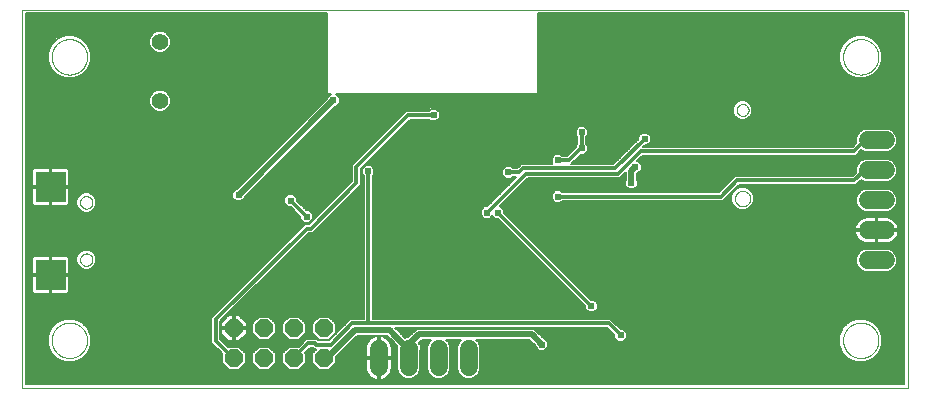
<source format=gbl>
G75*
%MOIN*%
%OFA0B0*%
%FSLAX25Y25*%
%IPPOS*%
%LPD*%
%AMOC8*
5,1,8,0,0,1.08239X$1,22.5*
%
%ADD10C,0.00000*%
%ADD11OC8,0.06000*%
%ADD12R,0.10000X0.10000*%
%ADD13C,0.06000*%
%ADD14C,0.05512*%
%ADD15C,0.00600*%
%ADD16C,0.02578*%
%ADD17C,0.02400*%
%ADD18C,0.01969*%
%ADD19C,0.01181*%
D10*
X0002244Y0001365D02*
X0002244Y0127349D01*
X0297520Y0127349D01*
X0297520Y0001365D01*
X0002244Y0001365D01*
X0012086Y0017113D02*
X0012088Y0017266D01*
X0012094Y0017420D01*
X0012104Y0017573D01*
X0012118Y0017725D01*
X0012136Y0017878D01*
X0012158Y0018029D01*
X0012183Y0018180D01*
X0012213Y0018331D01*
X0012247Y0018481D01*
X0012284Y0018629D01*
X0012325Y0018777D01*
X0012370Y0018923D01*
X0012419Y0019069D01*
X0012472Y0019213D01*
X0012528Y0019355D01*
X0012588Y0019496D01*
X0012652Y0019636D01*
X0012719Y0019774D01*
X0012790Y0019910D01*
X0012865Y0020044D01*
X0012942Y0020176D01*
X0013024Y0020306D01*
X0013108Y0020434D01*
X0013196Y0020560D01*
X0013287Y0020683D01*
X0013381Y0020804D01*
X0013479Y0020922D01*
X0013579Y0021038D01*
X0013683Y0021151D01*
X0013789Y0021262D01*
X0013898Y0021370D01*
X0014010Y0021475D01*
X0014124Y0021576D01*
X0014242Y0021675D01*
X0014361Y0021771D01*
X0014483Y0021864D01*
X0014608Y0021953D01*
X0014735Y0022040D01*
X0014864Y0022122D01*
X0014995Y0022202D01*
X0015128Y0022278D01*
X0015263Y0022351D01*
X0015400Y0022420D01*
X0015539Y0022485D01*
X0015679Y0022547D01*
X0015821Y0022605D01*
X0015964Y0022660D01*
X0016109Y0022711D01*
X0016255Y0022758D01*
X0016402Y0022801D01*
X0016550Y0022840D01*
X0016699Y0022876D01*
X0016849Y0022907D01*
X0017000Y0022935D01*
X0017151Y0022959D01*
X0017304Y0022979D01*
X0017456Y0022995D01*
X0017609Y0023007D01*
X0017762Y0023015D01*
X0017915Y0023019D01*
X0018069Y0023019D01*
X0018222Y0023015D01*
X0018375Y0023007D01*
X0018528Y0022995D01*
X0018680Y0022979D01*
X0018833Y0022959D01*
X0018984Y0022935D01*
X0019135Y0022907D01*
X0019285Y0022876D01*
X0019434Y0022840D01*
X0019582Y0022801D01*
X0019729Y0022758D01*
X0019875Y0022711D01*
X0020020Y0022660D01*
X0020163Y0022605D01*
X0020305Y0022547D01*
X0020445Y0022485D01*
X0020584Y0022420D01*
X0020721Y0022351D01*
X0020856Y0022278D01*
X0020989Y0022202D01*
X0021120Y0022122D01*
X0021249Y0022040D01*
X0021376Y0021953D01*
X0021501Y0021864D01*
X0021623Y0021771D01*
X0021742Y0021675D01*
X0021860Y0021576D01*
X0021974Y0021475D01*
X0022086Y0021370D01*
X0022195Y0021262D01*
X0022301Y0021151D01*
X0022405Y0021038D01*
X0022505Y0020922D01*
X0022603Y0020804D01*
X0022697Y0020683D01*
X0022788Y0020560D01*
X0022876Y0020434D01*
X0022960Y0020306D01*
X0023042Y0020176D01*
X0023119Y0020044D01*
X0023194Y0019910D01*
X0023265Y0019774D01*
X0023332Y0019636D01*
X0023396Y0019496D01*
X0023456Y0019355D01*
X0023512Y0019213D01*
X0023565Y0019069D01*
X0023614Y0018923D01*
X0023659Y0018777D01*
X0023700Y0018629D01*
X0023737Y0018481D01*
X0023771Y0018331D01*
X0023801Y0018180D01*
X0023826Y0018029D01*
X0023848Y0017878D01*
X0023866Y0017725D01*
X0023880Y0017573D01*
X0023890Y0017420D01*
X0023896Y0017266D01*
X0023898Y0017113D01*
X0023896Y0016960D01*
X0023890Y0016806D01*
X0023880Y0016653D01*
X0023866Y0016501D01*
X0023848Y0016348D01*
X0023826Y0016197D01*
X0023801Y0016046D01*
X0023771Y0015895D01*
X0023737Y0015745D01*
X0023700Y0015597D01*
X0023659Y0015449D01*
X0023614Y0015303D01*
X0023565Y0015157D01*
X0023512Y0015013D01*
X0023456Y0014871D01*
X0023396Y0014730D01*
X0023332Y0014590D01*
X0023265Y0014452D01*
X0023194Y0014316D01*
X0023119Y0014182D01*
X0023042Y0014050D01*
X0022960Y0013920D01*
X0022876Y0013792D01*
X0022788Y0013666D01*
X0022697Y0013543D01*
X0022603Y0013422D01*
X0022505Y0013304D01*
X0022405Y0013188D01*
X0022301Y0013075D01*
X0022195Y0012964D01*
X0022086Y0012856D01*
X0021974Y0012751D01*
X0021860Y0012650D01*
X0021742Y0012551D01*
X0021623Y0012455D01*
X0021501Y0012362D01*
X0021376Y0012273D01*
X0021249Y0012186D01*
X0021120Y0012104D01*
X0020989Y0012024D01*
X0020856Y0011948D01*
X0020721Y0011875D01*
X0020584Y0011806D01*
X0020445Y0011741D01*
X0020305Y0011679D01*
X0020163Y0011621D01*
X0020020Y0011566D01*
X0019875Y0011515D01*
X0019729Y0011468D01*
X0019582Y0011425D01*
X0019434Y0011386D01*
X0019285Y0011350D01*
X0019135Y0011319D01*
X0018984Y0011291D01*
X0018833Y0011267D01*
X0018680Y0011247D01*
X0018528Y0011231D01*
X0018375Y0011219D01*
X0018222Y0011211D01*
X0018069Y0011207D01*
X0017915Y0011207D01*
X0017762Y0011211D01*
X0017609Y0011219D01*
X0017456Y0011231D01*
X0017304Y0011247D01*
X0017151Y0011267D01*
X0017000Y0011291D01*
X0016849Y0011319D01*
X0016699Y0011350D01*
X0016550Y0011386D01*
X0016402Y0011425D01*
X0016255Y0011468D01*
X0016109Y0011515D01*
X0015964Y0011566D01*
X0015821Y0011621D01*
X0015679Y0011679D01*
X0015539Y0011741D01*
X0015400Y0011806D01*
X0015263Y0011875D01*
X0015128Y0011948D01*
X0014995Y0012024D01*
X0014864Y0012104D01*
X0014735Y0012186D01*
X0014608Y0012273D01*
X0014483Y0012362D01*
X0014361Y0012455D01*
X0014242Y0012551D01*
X0014124Y0012650D01*
X0014010Y0012751D01*
X0013898Y0012856D01*
X0013789Y0012964D01*
X0013683Y0013075D01*
X0013579Y0013188D01*
X0013479Y0013304D01*
X0013381Y0013422D01*
X0013287Y0013543D01*
X0013196Y0013666D01*
X0013108Y0013792D01*
X0013024Y0013920D01*
X0012942Y0014050D01*
X0012865Y0014182D01*
X0012790Y0014316D01*
X0012719Y0014452D01*
X0012652Y0014590D01*
X0012588Y0014730D01*
X0012528Y0014871D01*
X0012472Y0015013D01*
X0012419Y0015157D01*
X0012370Y0015303D01*
X0012325Y0015449D01*
X0012284Y0015597D01*
X0012247Y0015745D01*
X0012213Y0015895D01*
X0012183Y0016046D01*
X0012158Y0016197D01*
X0012136Y0016348D01*
X0012118Y0016501D01*
X0012104Y0016653D01*
X0012094Y0016806D01*
X0012088Y0016960D01*
X0012086Y0017113D01*
X0021555Y0043983D02*
X0021557Y0044074D01*
X0021563Y0044164D01*
X0021573Y0044255D01*
X0021587Y0044344D01*
X0021605Y0044433D01*
X0021626Y0044522D01*
X0021652Y0044609D01*
X0021681Y0044695D01*
X0021715Y0044779D01*
X0021751Y0044862D01*
X0021792Y0044944D01*
X0021836Y0045023D01*
X0021883Y0045101D01*
X0021934Y0045176D01*
X0021988Y0045249D01*
X0022045Y0045319D01*
X0022105Y0045387D01*
X0022168Y0045453D01*
X0022234Y0045515D01*
X0022303Y0045574D01*
X0022374Y0045631D01*
X0022448Y0045684D01*
X0022524Y0045734D01*
X0022602Y0045781D01*
X0022682Y0045824D01*
X0022763Y0045863D01*
X0022847Y0045899D01*
X0022932Y0045931D01*
X0023018Y0045960D01*
X0023105Y0045984D01*
X0023194Y0046005D01*
X0023283Y0046022D01*
X0023373Y0046035D01*
X0023463Y0046044D01*
X0023554Y0046049D01*
X0023645Y0046050D01*
X0023735Y0046047D01*
X0023826Y0046040D01*
X0023916Y0046029D01*
X0024006Y0046014D01*
X0024095Y0045995D01*
X0024183Y0045973D01*
X0024269Y0045946D01*
X0024355Y0045916D01*
X0024439Y0045882D01*
X0024522Y0045844D01*
X0024603Y0045803D01*
X0024682Y0045758D01*
X0024759Y0045709D01*
X0024833Y0045658D01*
X0024906Y0045603D01*
X0024976Y0045545D01*
X0025043Y0045484D01*
X0025107Y0045420D01*
X0025169Y0045354D01*
X0025228Y0045284D01*
X0025283Y0045213D01*
X0025336Y0045138D01*
X0025385Y0045062D01*
X0025431Y0044984D01*
X0025473Y0044903D01*
X0025512Y0044821D01*
X0025547Y0044737D01*
X0025578Y0044652D01*
X0025605Y0044565D01*
X0025629Y0044478D01*
X0025649Y0044389D01*
X0025665Y0044300D01*
X0025677Y0044210D01*
X0025685Y0044119D01*
X0025689Y0044028D01*
X0025689Y0043938D01*
X0025685Y0043847D01*
X0025677Y0043756D01*
X0025665Y0043666D01*
X0025649Y0043577D01*
X0025629Y0043488D01*
X0025605Y0043401D01*
X0025578Y0043314D01*
X0025547Y0043229D01*
X0025512Y0043145D01*
X0025473Y0043063D01*
X0025431Y0042982D01*
X0025385Y0042904D01*
X0025336Y0042828D01*
X0025283Y0042753D01*
X0025228Y0042682D01*
X0025169Y0042612D01*
X0025107Y0042546D01*
X0025043Y0042482D01*
X0024976Y0042421D01*
X0024906Y0042363D01*
X0024833Y0042308D01*
X0024759Y0042257D01*
X0024682Y0042208D01*
X0024603Y0042163D01*
X0024522Y0042122D01*
X0024439Y0042084D01*
X0024355Y0042050D01*
X0024269Y0042020D01*
X0024183Y0041993D01*
X0024095Y0041971D01*
X0024006Y0041952D01*
X0023916Y0041937D01*
X0023826Y0041926D01*
X0023735Y0041919D01*
X0023645Y0041916D01*
X0023554Y0041917D01*
X0023463Y0041922D01*
X0023373Y0041931D01*
X0023283Y0041944D01*
X0023194Y0041961D01*
X0023105Y0041982D01*
X0023018Y0042006D01*
X0022932Y0042035D01*
X0022847Y0042067D01*
X0022763Y0042103D01*
X0022682Y0042142D01*
X0022602Y0042185D01*
X0022524Y0042232D01*
X0022448Y0042282D01*
X0022374Y0042335D01*
X0022303Y0042392D01*
X0022234Y0042451D01*
X0022168Y0042513D01*
X0022105Y0042579D01*
X0022045Y0042647D01*
X0021988Y0042717D01*
X0021934Y0042790D01*
X0021883Y0042865D01*
X0021836Y0042943D01*
X0021792Y0043022D01*
X0021751Y0043104D01*
X0021715Y0043187D01*
X0021681Y0043271D01*
X0021652Y0043357D01*
X0021626Y0043444D01*
X0021605Y0043533D01*
X0021587Y0043622D01*
X0021573Y0043711D01*
X0021563Y0043802D01*
X0021557Y0043892D01*
X0021555Y0043983D01*
X0021555Y0063077D02*
X0021557Y0063168D01*
X0021563Y0063258D01*
X0021573Y0063349D01*
X0021587Y0063438D01*
X0021605Y0063527D01*
X0021626Y0063616D01*
X0021652Y0063703D01*
X0021681Y0063789D01*
X0021715Y0063873D01*
X0021751Y0063956D01*
X0021792Y0064038D01*
X0021836Y0064117D01*
X0021883Y0064195D01*
X0021934Y0064270D01*
X0021988Y0064343D01*
X0022045Y0064413D01*
X0022105Y0064481D01*
X0022168Y0064547D01*
X0022234Y0064609D01*
X0022303Y0064668D01*
X0022374Y0064725D01*
X0022448Y0064778D01*
X0022524Y0064828D01*
X0022602Y0064875D01*
X0022682Y0064918D01*
X0022763Y0064957D01*
X0022847Y0064993D01*
X0022932Y0065025D01*
X0023018Y0065054D01*
X0023105Y0065078D01*
X0023194Y0065099D01*
X0023283Y0065116D01*
X0023373Y0065129D01*
X0023463Y0065138D01*
X0023554Y0065143D01*
X0023645Y0065144D01*
X0023735Y0065141D01*
X0023826Y0065134D01*
X0023916Y0065123D01*
X0024006Y0065108D01*
X0024095Y0065089D01*
X0024183Y0065067D01*
X0024269Y0065040D01*
X0024355Y0065010D01*
X0024439Y0064976D01*
X0024522Y0064938D01*
X0024603Y0064897D01*
X0024682Y0064852D01*
X0024759Y0064803D01*
X0024833Y0064752D01*
X0024906Y0064697D01*
X0024976Y0064639D01*
X0025043Y0064578D01*
X0025107Y0064514D01*
X0025169Y0064448D01*
X0025228Y0064378D01*
X0025283Y0064307D01*
X0025336Y0064232D01*
X0025385Y0064156D01*
X0025431Y0064078D01*
X0025473Y0063997D01*
X0025512Y0063915D01*
X0025547Y0063831D01*
X0025578Y0063746D01*
X0025605Y0063659D01*
X0025629Y0063572D01*
X0025649Y0063483D01*
X0025665Y0063394D01*
X0025677Y0063304D01*
X0025685Y0063213D01*
X0025689Y0063122D01*
X0025689Y0063032D01*
X0025685Y0062941D01*
X0025677Y0062850D01*
X0025665Y0062760D01*
X0025649Y0062671D01*
X0025629Y0062582D01*
X0025605Y0062495D01*
X0025578Y0062408D01*
X0025547Y0062323D01*
X0025512Y0062239D01*
X0025473Y0062157D01*
X0025431Y0062076D01*
X0025385Y0061998D01*
X0025336Y0061922D01*
X0025283Y0061847D01*
X0025228Y0061776D01*
X0025169Y0061706D01*
X0025107Y0061640D01*
X0025043Y0061576D01*
X0024976Y0061515D01*
X0024906Y0061457D01*
X0024833Y0061402D01*
X0024759Y0061351D01*
X0024682Y0061302D01*
X0024603Y0061257D01*
X0024522Y0061216D01*
X0024439Y0061178D01*
X0024355Y0061144D01*
X0024269Y0061114D01*
X0024183Y0061087D01*
X0024095Y0061065D01*
X0024006Y0061046D01*
X0023916Y0061031D01*
X0023826Y0061020D01*
X0023735Y0061013D01*
X0023645Y0061010D01*
X0023554Y0061011D01*
X0023463Y0061016D01*
X0023373Y0061025D01*
X0023283Y0061038D01*
X0023194Y0061055D01*
X0023105Y0061076D01*
X0023018Y0061100D01*
X0022932Y0061129D01*
X0022847Y0061161D01*
X0022763Y0061197D01*
X0022682Y0061236D01*
X0022602Y0061279D01*
X0022524Y0061326D01*
X0022448Y0061376D01*
X0022374Y0061429D01*
X0022303Y0061486D01*
X0022234Y0061545D01*
X0022168Y0061607D01*
X0022105Y0061673D01*
X0022045Y0061741D01*
X0021988Y0061811D01*
X0021934Y0061884D01*
X0021883Y0061959D01*
X0021836Y0062037D01*
X0021792Y0062116D01*
X0021751Y0062198D01*
X0021715Y0062281D01*
X0021681Y0062365D01*
X0021652Y0062451D01*
X0021626Y0062538D01*
X0021605Y0062627D01*
X0021587Y0062716D01*
X0021573Y0062805D01*
X0021563Y0062896D01*
X0021557Y0062986D01*
X0021555Y0063077D01*
X0012086Y0111601D02*
X0012088Y0111754D01*
X0012094Y0111908D01*
X0012104Y0112061D01*
X0012118Y0112213D01*
X0012136Y0112366D01*
X0012158Y0112517D01*
X0012183Y0112668D01*
X0012213Y0112819D01*
X0012247Y0112969D01*
X0012284Y0113117D01*
X0012325Y0113265D01*
X0012370Y0113411D01*
X0012419Y0113557D01*
X0012472Y0113701D01*
X0012528Y0113843D01*
X0012588Y0113984D01*
X0012652Y0114124D01*
X0012719Y0114262D01*
X0012790Y0114398D01*
X0012865Y0114532D01*
X0012942Y0114664D01*
X0013024Y0114794D01*
X0013108Y0114922D01*
X0013196Y0115048D01*
X0013287Y0115171D01*
X0013381Y0115292D01*
X0013479Y0115410D01*
X0013579Y0115526D01*
X0013683Y0115639D01*
X0013789Y0115750D01*
X0013898Y0115858D01*
X0014010Y0115963D01*
X0014124Y0116064D01*
X0014242Y0116163D01*
X0014361Y0116259D01*
X0014483Y0116352D01*
X0014608Y0116441D01*
X0014735Y0116528D01*
X0014864Y0116610D01*
X0014995Y0116690D01*
X0015128Y0116766D01*
X0015263Y0116839D01*
X0015400Y0116908D01*
X0015539Y0116973D01*
X0015679Y0117035D01*
X0015821Y0117093D01*
X0015964Y0117148D01*
X0016109Y0117199D01*
X0016255Y0117246D01*
X0016402Y0117289D01*
X0016550Y0117328D01*
X0016699Y0117364D01*
X0016849Y0117395D01*
X0017000Y0117423D01*
X0017151Y0117447D01*
X0017304Y0117467D01*
X0017456Y0117483D01*
X0017609Y0117495D01*
X0017762Y0117503D01*
X0017915Y0117507D01*
X0018069Y0117507D01*
X0018222Y0117503D01*
X0018375Y0117495D01*
X0018528Y0117483D01*
X0018680Y0117467D01*
X0018833Y0117447D01*
X0018984Y0117423D01*
X0019135Y0117395D01*
X0019285Y0117364D01*
X0019434Y0117328D01*
X0019582Y0117289D01*
X0019729Y0117246D01*
X0019875Y0117199D01*
X0020020Y0117148D01*
X0020163Y0117093D01*
X0020305Y0117035D01*
X0020445Y0116973D01*
X0020584Y0116908D01*
X0020721Y0116839D01*
X0020856Y0116766D01*
X0020989Y0116690D01*
X0021120Y0116610D01*
X0021249Y0116528D01*
X0021376Y0116441D01*
X0021501Y0116352D01*
X0021623Y0116259D01*
X0021742Y0116163D01*
X0021860Y0116064D01*
X0021974Y0115963D01*
X0022086Y0115858D01*
X0022195Y0115750D01*
X0022301Y0115639D01*
X0022405Y0115526D01*
X0022505Y0115410D01*
X0022603Y0115292D01*
X0022697Y0115171D01*
X0022788Y0115048D01*
X0022876Y0114922D01*
X0022960Y0114794D01*
X0023042Y0114664D01*
X0023119Y0114532D01*
X0023194Y0114398D01*
X0023265Y0114262D01*
X0023332Y0114124D01*
X0023396Y0113984D01*
X0023456Y0113843D01*
X0023512Y0113701D01*
X0023565Y0113557D01*
X0023614Y0113411D01*
X0023659Y0113265D01*
X0023700Y0113117D01*
X0023737Y0112969D01*
X0023771Y0112819D01*
X0023801Y0112668D01*
X0023826Y0112517D01*
X0023848Y0112366D01*
X0023866Y0112213D01*
X0023880Y0112061D01*
X0023890Y0111908D01*
X0023896Y0111754D01*
X0023898Y0111601D01*
X0023896Y0111448D01*
X0023890Y0111294D01*
X0023880Y0111141D01*
X0023866Y0110989D01*
X0023848Y0110836D01*
X0023826Y0110685D01*
X0023801Y0110534D01*
X0023771Y0110383D01*
X0023737Y0110233D01*
X0023700Y0110085D01*
X0023659Y0109937D01*
X0023614Y0109791D01*
X0023565Y0109645D01*
X0023512Y0109501D01*
X0023456Y0109359D01*
X0023396Y0109218D01*
X0023332Y0109078D01*
X0023265Y0108940D01*
X0023194Y0108804D01*
X0023119Y0108670D01*
X0023042Y0108538D01*
X0022960Y0108408D01*
X0022876Y0108280D01*
X0022788Y0108154D01*
X0022697Y0108031D01*
X0022603Y0107910D01*
X0022505Y0107792D01*
X0022405Y0107676D01*
X0022301Y0107563D01*
X0022195Y0107452D01*
X0022086Y0107344D01*
X0021974Y0107239D01*
X0021860Y0107138D01*
X0021742Y0107039D01*
X0021623Y0106943D01*
X0021501Y0106850D01*
X0021376Y0106761D01*
X0021249Y0106674D01*
X0021120Y0106592D01*
X0020989Y0106512D01*
X0020856Y0106436D01*
X0020721Y0106363D01*
X0020584Y0106294D01*
X0020445Y0106229D01*
X0020305Y0106167D01*
X0020163Y0106109D01*
X0020020Y0106054D01*
X0019875Y0106003D01*
X0019729Y0105956D01*
X0019582Y0105913D01*
X0019434Y0105874D01*
X0019285Y0105838D01*
X0019135Y0105807D01*
X0018984Y0105779D01*
X0018833Y0105755D01*
X0018680Y0105735D01*
X0018528Y0105719D01*
X0018375Y0105707D01*
X0018222Y0105699D01*
X0018069Y0105695D01*
X0017915Y0105695D01*
X0017762Y0105699D01*
X0017609Y0105707D01*
X0017456Y0105719D01*
X0017304Y0105735D01*
X0017151Y0105755D01*
X0017000Y0105779D01*
X0016849Y0105807D01*
X0016699Y0105838D01*
X0016550Y0105874D01*
X0016402Y0105913D01*
X0016255Y0105956D01*
X0016109Y0106003D01*
X0015964Y0106054D01*
X0015821Y0106109D01*
X0015679Y0106167D01*
X0015539Y0106229D01*
X0015400Y0106294D01*
X0015263Y0106363D01*
X0015128Y0106436D01*
X0014995Y0106512D01*
X0014864Y0106592D01*
X0014735Y0106674D01*
X0014608Y0106761D01*
X0014483Y0106850D01*
X0014361Y0106943D01*
X0014242Y0107039D01*
X0014124Y0107138D01*
X0014010Y0107239D01*
X0013898Y0107344D01*
X0013789Y0107452D01*
X0013683Y0107563D01*
X0013579Y0107676D01*
X0013479Y0107792D01*
X0013381Y0107910D01*
X0013287Y0108031D01*
X0013196Y0108154D01*
X0013108Y0108280D01*
X0013024Y0108408D01*
X0012942Y0108538D01*
X0012865Y0108670D01*
X0012790Y0108804D01*
X0012719Y0108940D01*
X0012652Y0109078D01*
X0012588Y0109218D01*
X0012528Y0109359D01*
X0012472Y0109501D01*
X0012419Y0109645D01*
X0012370Y0109791D01*
X0012325Y0109937D01*
X0012284Y0110085D01*
X0012247Y0110233D01*
X0012213Y0110383D01*
X0012183Y0110534D01*
X0012158Y0110685D01*
X0012136Y0110836D01*
X0012118Y0110989D01*
X0012104Y0111141D01*
X0012094Y0111294D01*
X0012088Y0111448D01*
X0012086Y0111601D01*
X0240433Y0093885D02*
X0240435Y0093973D01*
X0240441Y0094061D01*
X0240451Y0094149D01*
X0240465Y0094237D01*
X0240482Y0094323D01*
X0240504Y0094409D01*
X0240529Y0094493D01*
X0240559Y0094577D01*
X0240591Y0094659D01*
X0240628Y0094739D01*
X0240668Y0094818D01*
X0240712Y0094895D01*
X0240759Y0094970D01*
X0240809Y0095042D01*
X0240863Y0095113D01*
X0240919Y0095180D01*
X0240979Y0095246D01*
X0241041Y0095308D01*
X0241107Y0095368D01*
X0241174Y0095424D01*
X0241245Y0095478D01*
X0241317Y0095528D01*
X0241392Y0095575D01*
X0241469Y0095619D01*
X0241548Y0095659D01*
X0241628Y0095696D01*
X0241710Y0095728D01*
X0241794Y0095758D01*
X0241878Y0095783D01*
X0241964Y0095805D01*
X0242050Y0095822D01*
X0242138Y0095836D01*
X0242226Y0095846D01*
X0242314Y0095852D01*
X0242402Y0095854D01*
X0242490Y0095852D01*
X0242578Y0095846D01*
X0242666Y0095836D01*
X0242754Y0095822D01*
X0242840Y0095805D01*
X0242926Y0095783D01*
X0243010Y0095758D01*
X0243094Y0095728D01*
X0243176Y0095696D01*
X0243256Y0095659D01*
X0243335Y0095619D01*
X0243412Y0095575D01*
X0243487Y0095528D01*
X0243559Y0095478D01*
X0243630Y0095424D01*
X0243697Y0095368D01*
X0243763Y0095308D01*
X0243825Y0095246D01*
X0243885Y0095180D01*
X0243941Y0095113D01*
X0243995Y0095042D01*
X0244045Y0094970D01*
X0244092Y0094895D01*
X0244136Y0094818D01*
X0244176Y0094739D01*
X0244213Y0094659D01*
X0244245Y0094577D01*
X0244275Y0094493D01*
X0244300Y0094409D01*
X0244322Y0094323D01*
X0244339Y0094237D01*
X0244353Y0094149D01*
X0244363Y0094061D01*
X0244369Y0093973D01*
X0244371Y0093885D01*
X0244369Y0093797D01*
X0244363Y0093709D01*
X0244353Y0093621D01*
X0244339Y0093533D01*
X0244322Y0093447D01*
X0244300Y0093361D01*
X0244275Y0093277D01*
X0244245Y0093193D01*
X0244213Y0093111D01*
X0244176Y0093031D01*
X0244136Y0092952D01*
X0244092Y0092875D01*
X0244045Y0092800D01*
X0243995Y0092728D01*
X0243941Y0092657D01*
X0243885Y0092590D01*
X0243825Y0092524D01*
X0243763Y0092462D01*
X0243697Y0092402D01*
X0243630Y0092346D01*
X0243559Y0092292D01*
X0243487Y0092242D01*
X0243412Y0092195D01*
X0243335Y0092151D01*
X0243256Y0092111D01*
X0243176Y0092074D01*
X0243094Y0092042D01*
X0243010Y0092012D01*
X0242926Y0091987D01*
X0242840Y0091965D01*
X0242754Y0091948D01*
X0242666Y0091934D01*
X0242578Y0091924D01*
X0242490Y0091918D01*
X0242402Y0091916D01*
X0242314Y0091918D01*
X0242226Y0091924D01*
X0242138Y0091934D01*
X0242050Y0091948D01*
X0241964Y0091965D01*
X0241878Y0091987D01*
X0241794Y0092012D01*
X0241710Y0092042D01*
X0241628Y0092074D01*
X0241548Y0092111D01*
X0241469Y0092151D01*
X0241392Y0092195D01*
X0241317Y0092242D01*
X0241245Y0092292D01*
X0241174Y0092346D01*
X0241107Y0092402D01*
X0241041Y0092462D01*
X0240979Y0092524D01*
X0240919Y0092590D01*
X0240863Y0092657D01*
X0240809Y0092728D01*
X0240759Y0092800D01*
X0240712Y0092875D01*
X0240668Y0092952D01*
X0240628Y0093031D01*
X0240591Y0093111D01*
X0240559Y0093193D01*
X0240529Y0093277D01*
X0240504Y0093361D01*
X0240482Y0093447D01*
X0240465Y0093533D01*
X0240451Y0093621D01*
X0240441Y0093709D01*
X0240435Y0093797D01*
X0240433Y0093885D01*
X0275866Y0111601D02*
X0275868Y0111754D01*
X0275874Y0111908D01*
X0275884Y0112061D01*
X0275898Y0112213D01*
X0275916Y0112366D01*
X0275938Y0112517D01*
X0275963Y0112668D01*
X0275993Y0112819D01*
X0276027Y0112969D01*
X0276064Y0113117D01*
X0276105Y0113265D01*
X0276150Y0113411D01*
X0276199Y0113557D01*
X0276252Y0113701D01*
X0276308Y0113843D01*
X0276368Y0113984D01*
X0276432Y0114124D01*
X0276499Y0114262D01*
X0276570Y0114398D01*
X0276645Y0114532D01*
X0276722Y0114664D01*
X0276804Y0114794D01*
X0276888Y0114922D01*
X0276976Y0115048D01*
X0277067Y0115171D01*
X0277161Y0115292D01*
X0277259Y0115410D01*
X0277359Y0115526D01*
X0277463Y0115639D01*
X0277569Y0115750D01*
X0277678Y0115858D01*
X0277790Y0115963D01*
X0277904Y0116064D01*
X0278022Y0116163D01*
X0278141Y0116259D01*
X0278263Y0116352D01*
X0278388Y0116441D01*
X0278515Y0116528D01*
X0278644Y0116610D01*
X0278775Y0116690D01*
X0278908Y0116766D01*
X0279043Y0116839D01*
X0279180Y0116908D01*
X0279319Y0116973D01*
X0279459Y0117035D01*
X0279601Y0117093D01*
X0279744Y0117148D01*
X0279889Y0117199D01*
X0280035Y0117246D01*
X0280182Y0117289D01*
X0280330Y0117328D01*
X0280479Y0117364D01*
X0280629Y0117395D01*
X0280780Y0117423D01*
X0280931Y0117447D01*
X0281084Y0117467D01*
X0281236Y0117483D01*
X0281389Y0117495D01*
X0281542Y0117503D01*
X0281695Y0117507D01*
X0281849Y0117507D01*
X0282002Y0117503D01*
X0282155Y0117495D01*
X0282308Y0117483D01*
X0282460Y0117467D01*
X0282613Y0117447D01*
X0282764Y0117423D01*
X0282915Y0117395D01*
X0283065Y0117364D01*
X0283214Y0117328D01*
X0283362Y0117289D01*
X0283509Y0117246D01*
X0283655Y0117199D01*
X0283800Y0117148D01*
X0283943Y0117093D01*
X0284085Y0117035D01*
X0284225Y0116973D01*
X0284364Y0116908D01*
X0284501Y0116839D01*
X0284636Y0116766D01*
X0284769Y0116690D01*
X0284900Y0116610D01*
X0285029Y0116528D01*
X0285156Y0116441D01*
X0285281Y0116352D01*
X0285403Y0116259D01*
X0285522Y0116163D01*
X0285640Y0116064D01*
X0285754Y0115963D01*
X0285866Y0115858D01*
X0285975Y0115750D01*
X0286081Y0115639D01*
X0286185Y0115526D01*
X0286285Y0115410D01*
X0286383Y0115292D01*
X0286477Y0115171D01*
X0286568Y0115048D01*
X0286656Y0114922D01*
X0286740Y0114794D01*
X0286822Y0114664D01*
X0286899Y0114532D01*
X0286974Y0114398D01*
X0287045Y0114262D01*
X0287112Y0114124D01*
X0287176Y0113984D01*
X0287236Y0113843D01*
X0287292Y0113701D01*
X0287345Y0113557D01*
X0287394Y0113411D01*
X0287439Y0113265D01*
X0287480Y0113117D01*
X0287517Y0112969D01*
X0287551Y0112819D01*
X0287581Y0112668D01*
X0287606Y0112517D01*
X0287628Y0112366D01*
X0287646Y0112213D01*
X0287660Y0112061D01*
X0287670Y0111908D01*
X0287676Y0111754D01*
X0287678Y0111601D01*
X0287676Y0111448D01*
X0287670Y0111294D01*
X0287660Y0111141D01*
X0287646Y0110989D01*
X0287628Y0110836D01*
X0287606Y0110685D01*
X0287581Y0110534D01*
X0287551Y0110383D01*
X0287517Y0110233D01*
X0287480Y0110085D01*
X0287439Y0109937D01*
X0287394Y0109791D01*
X0287345Y0109645D01*
X0287292Y0109501D01*
X0287236Y0109359D01*
X0287176Y0109218D01*
X0287112Y0109078D01*
X0287045Y0108940D01*
X0286974Y0108804D01*
X0286899Y0108670D01*
X0286822Y0108538D01*
X0286740Y0108408D01*
X0286656Y0108280D01*
X0286568Y0108154D01*
X0286477Y0108031D01*
X0286383Y0107910D01*
X0286285Y0107792D01*
X0286185Y0107676D01*
X0286081Y0107563D01*
X0285975Y0107452D01*
X0285866Y0107344D01*
X0285754Y0107239D01*
X0285640Y0107138D01*
X0285522Y0107039D01*
X0285403Y0106943D01*
X0285281Y0106850D01*
X0285156Y0106761D01*
X0285029Y0106674D01*
X0284900Y0106592D01*
X0284769Y0106512D01*
X0284636Y0106436D01*
X0284501Y0106363D01*
X0284364Y0106294D01*
X0284225Y0106229D01*
X0284085Y0106167D01*
X0283943Y0106109D01*
X0283800Y0106054D01*
X0283655Y0106003D01*
X0283509Y0105956D01*
X0283362Y0105913D01*
X0283214Y0105874D01*
X0283065Y0105838D01*
X0282915Y0105807D01*
X0282764Y0105779D01*
X0282613Y0105755D01*
X0282460Y0105735D01*
X0282308Y0105719D01*
X0282155Y0105707D01*
X0282002Y0105699D01*
X0281849Y0105695D01*
X0281695Y0105695D01*
X0281542Y0105699D01*
X0281389Y0105707D01*
X0281236Y0105719D01*
X0281084Y0105735D01*
X0280931Y0105755D01*
X0280780Y0105779D01*
X0280629Y0105807D01*
X0280479Y0105838D01*
X0280330Y0105874D01*
X0280182Y0105913D01*
X0280035Y0105956D01*
X0279889Y0106003D01*
X0279744Y0106054D01*
X0279601Y0106109D01*
X0279459Y0106167D01*
X0279319Y0106229D01*
X0279180Y0106294D01*
X0279043Y0106363D01*
X0278908Y0106436D01*
X0278775Y0106512D01*
X0278644Y0106592D01*
X0278515Y0106674D01*
X0278388Y0106761D01*
X0278263Y0106850D01*
X0278141Y0106943D01*
X0278022Y0107039D01*
X0277904Y0107138D01*
X0277790Y0107239D01*
X0277678Y0107344D01*
X0277569Y0107452D01*
X0277463Y0107563D01*
X0277359Y0107676D01*
X0277259Y0107792D01*
X0277161Y0107910D01*
X0277067Y0108031D01*
X0276976Y0108154D01*
X0276888Y0108280D01*
X0276804Y0108408D01*
X0276722Y0108538D01*
X0276645Y0108670D01*
X0276570Y0108804D01*
X0276499Y0108940D01*
X0276432Y0109078D01*
X0276368Y0109218D01*
X0276308Y0109359D01*
X0276252Y0109501D01*
X0276199Y0109645D01*
X0276150Y0109791D01*
X0276105Y0109937D01*
X0276064Y0110085D01*
X0276027Y0110233D01*
X0275993Y0110383D01*
X0275963Y0110534D01*
X0275938Y0110685D01*
X0275916Y0110836D01*
X0275898Y0110989D01*
X0275884Y0111141D01*
X0275874Y0111294D01*
X0275868Y0111448D01*
X0275866Y0111601D01*
X0239843Y0064357D02*
X0239845Y0064458D01*
X0239851Y0064559D01*
X0239861Y0064660D01*
X0239875Y0064760D01*
X0239893Y0064859D01*
X0239915Y0064958D01*
X0239940Y0065056D01*
X0239970Y0065153D01*
X0240003Y0065248D01*
X0240040Y0065342D01*
X0240081Y0065435D01*
X0240125Y0065526D01*
X0240173Y0065615D01*
X0240225Y0065702D01*
X0240280Y0065787D01*
X0240338Y0065869D01*
X0240399Y0065950D01*
X0240464Y0066028D01*
X0240531Y0066103D01*
X0240601Y0066175D01*
X0240675Y0066245D01*
X0240751Y0066312D01*
X0240829Y0066376D01*
X0240910Y0066436D01*
X0240993Y0066493D01*
X0241079Y0066547D01*
X0241167Y0066598D01*
X0241256Y0066645D01*
X0241347Y0066689D01*
X0241440Y0066728D01*
X0241535Y0066765D01*
X0241630Y0066797D01*
X0241727Y0066826D01*
X0241826Y0066850D01*
X0241924Y0066871D01*
X0242024Y0066888D01*
X0242124Y0066901D01*
X0242225Y0066910D01*
X0242326Y0066915D01*
X0242427Y0066916D01*
X0242528Y0066913D01*
X0242629Y0066906D01*
X0242730Y0066895D01*
X0242830Y0066880D01*
X0242929Y0066861D01*
X0243028Y0066838D01*
X0243125Y0066812D01*
X0243222Y0066781D01*
X0243317Y0066747D01*
X0243410Y0066709D01*
X0243503Y0066667D01*
X0243593Y0066622D01*
X0243682Y0066573D01*
X0243768Y0066521D01*
X0243852Y0066465D01*
X0243935Y0066406D01*
X0244014Y0066344D01*
X0244092Y0066279D01*
X0244166Y0066211D01*
X0244238Y0066139D01*
X0244307Y0066066D01*
X0244373Y0065989D01*
X0244436Y0065910D01*
X0244496Y0065828D01*
X0244552Y0065744D01*
X0244605Y0065658D01*
X0244655Y0065570D01*
X0244701Y0065480D01*
X0244744Y0065389D01*
X0244783Y0065295D01*
X0244818Y0065200D01*
X0244849Y0065104D01*
X0244877Y0065007D01*
X0244901Y0064909D01*
X0244921Y0064810D01*
X0244937Y0064710D01*
X0244949Y0064609D01*
X0244957Y0064509D01*
X0244961Y0064408D01*
X0244961Y0064306D01*
X0244957Y0064205D01*
X0244949Y0064105D01*
X0244937Y0064004D01*
X0244921Y0063904D01*
X0244901Y0063805D01*
X0244877Y0063707D01*
X0244849Y0063610D01*
X0244818Y0063514D01*
X0244783Y0063419D01*
X0244744Y0063325D01*
X0244701Y0063234D01*
X0244655Y0063144D01*
X0244605Y0063056D01*
X0244552Y0062970D01*
X0244496Y0062886D01*
X0244436Y0062804D01*
X0244373Y0062725D01*
X0244307Y0062648D01*
X0244238Y0062575D01*
X0244166Y0062503D01*
X0244092Y0062435D01*
X0244014Y0062370D01*
X0243935Y0062308D01*
X0243852Y0062249D01*
X0243768Y0062193D01*
X0243681Y0062141D01*
X0243593Y0062092D01*
X0243503Y0062047D01*
X0243410Y0062005D01*
X0243317Y0061967D01*
X0243222Y0061933D01*
X0243125Y0061902D01*
X0243028Y0061876D01*
X0242929Y0061853D01*
X0242830Y0061834D01*
X0242730Y0061819D01*
X0242629Y0061808D01*
X0242528Y0061801D01*
X0242427Y0061798D01*
X0242326Y0061799D01*
X0242225Y0061804D01*
X0242124Y0061813D01*
X0242024Y0061826D01*
X0241924Y0061843D01*
X0241826Y0061864D01*
X0241727Y0061888D01*
X0241630Y0061917D01*
X0241535Y0061949D01*
X0241440Y0061986D01*
X0241347Y0062025D01*
X0241256Y0062069D01*
X0241167Y0062116D01*
X0241079Y0062167D01*
X0240993Y0062221D01*
X0240910Y0062278D01*
X0240829Y0062338D01*
X0240751Y0062402D01*
X0240675Y0062469D01*
X0240601Y0062539D01*
X0240531Y0062611D01*
X0240464Y0062686D01*
X0240399Y0062764D01*
X0240338Y0062845D01*
X0240280Y0062927D01*
X0240225Y0063012D01*
X0240173Y0063099D01*
X0240125Y0063188D01*
X0240081Y0063279D01*
X0240040Y0063372D01*
X0240003Y0063466D01*
X0239970Y0063561D01*
X0239940Y0063658D01*
X0239915Y0063756D01*
X0239893Y0063855D01*
X0239875Y0063954D01*
X0239861Y0064054D01*
X0239851Y0064155D01*
X0239845Y0064256D01*
X0239843Y0064357D01*
X0275866Y0017113D02*
X0275868Y0017266D01*
X0275874Y0017420D01*
X0275884Y0017573D01*
X0275898Y0017725D01*
X0275916Y0017878D01*
X0275938Y0018029D01*
X0275963Y0018180D01*
X0275993Y0018331D01*
X0276027Y0018481D01*
X0276064Y0018629D01*
X0276105Y0018777D01*
X0276150Y0018923D01*
X0276199Y0019069D01*
X0276252Y0019213D01*
X0276308Y0019355D01*
X0276368Y0019496D01*
X0276432Y0019636D01*
X0276499Y0019774D01*
X0276570Y0019910D01*
X0276645Y0020044D01*
X0276722Y0020176D01*
X0276804Y0020306D01*
X0276888Y0020434D01*
X0276976Y0020560D01*
X0277067Y0020683D01*
X0277161Y0020804D01*
X0277259Y0020922D01*
X0277359Y0021038D01*
X0277463Y0021151D01*
X0277569Y0021262D01*
X0277678Y0021370D01*
X0277790Y0021475D01*
X0277904Y0021576D01*
X0278022Y0021675D01*
X0278141Y0021771D01*
X0278263Y0021864D01*
X0278388Y0021953D01*
X0278515Y0022040D01*
X0278644Y0022122D01*
X0278775Y0022202D01*
X0278908Y0022278D01*
X0279043Y0022351D01*
X0279180Y0022420D01*
X0279319Y0022485D01*
X0279459Y0022547D01*
X0279601Y0022605D01*
X0279744Y0022660D01*
X0279889Y0022711D01*
X0280035Y0022758D01*
X0280182Y0022801D01*
X0280330Y0022840D01*
X0280479Y0022876D01*
X0280629Y0022907D01*
X0280780Y0022935D01*
X0280931Y0022959D01*
X0281084Y0022979D01*
X0281236Y0022995D01*
X0281389Y0023007D01*
X0281542Y0023015D01*
X0281695Y0023019D01*
X0281849Y0023019D01*
X0282002Y0023015D01*
X0282155Y0023007D01*
X0282308Y0022995D01*
X0282460Y0022979D01*
X0282613Y0022959D01*
X0282764Y0022935D01*
X0282915Y0022907D01*
X0283065Y0022876D01*
X0283214Y0022840D01*
X0283362Y0022801D01*
X0283509Y0022758D01*
X0283655Y0022711D01*
X0283800Y0022660D01*
X0283943Y0022605D01*
X0284085Y0022547D01*
X0284225Y0022485D01*
X0284364Y0022420D01*
X0284501Y0022351D01*
X0284636Y0022278D01*
X0284769Y0022202D01*
X0284900Y0022122D01*
X0285029Y0022040D01*
X0285156Y0021953D01*
X0285281Y0021864D01*
X0285403Y0021771D01*
X0285522Y0021675D01*
X0285640Y0021576D01*
X0285754Y0021475D01*
X0285866Y0021370D01*
X0285975Y0021262D01*
X0286081Y0021151D01*
X0286185Y0021038D01*
X0286285Y0020922D01*
X0286383Y0020804D01*
X0286477Y0020683D01*
X0286568Y0020560D01*
X0286656Y0020434D01*
X0286740Y0020306D01*
X0286822Y0020176D01*
X0286899Y0020044D01*
X0286974Y0019910D01*
X0287045Y0019774D01*
X0287112Y0019636D01*
X0287176Y0019496D01*
X0287236Y0019355D01*
X0287292Y0019213D01*
X0287345Y0019069D01*
X0287394Y0018923D01*
X0287439Y0018777D01*
X0287480Y0018629D01*
X0287517Y0018481D01*
X0287551Y0018331D01*
X0287581Y0018180D01*
X0287606Y0018029D01*
X0287628Y0017878D01*
X0287646Y0017725D01*
X0287660Y0017573D01*
X0287670Y0017420D01*
X0287676Y0017266D01*
X0287678Y0017113D01*
X0287676Y0016960D01*
X0287670Y0016806D01*
X0287660Y0016653D01*
X0287646Y0016501D01*
X0287628Y0016348D01*
X0287606Y0016197D01*
X0287581Y0016046D01*
X0287551Y0015895D01*
X0287517Y0015745D01*
X0287480Y0015597D01*
X0287439Y0015449D01*
X0287394Y0015303D01*
X0287345Y0015157D01*
X0287292Y0015013D01*
X0287236Y0014871D01*
X0287176Y0014730D01*
X0287112Y0014590D01*
X0287045Y0014452D01*
X0286974Y0014316D01*
X0286899Y0014182D01*
X0286822Y0014050D01*
X0286740Y0013920D01*
X0286656Y0013792D01*
X0286568Y0013666D01*
X0286477Y0013543D01*
X0286383Y0013422D01*
X0286285Y0013304D01*
X0286185Y0013188D01*
X0286081Y0013075D01*
X0285975Y0012964D01*
X0285866Y0012856D01*
X0285754Y0012751D01*
X0285640Y0012650D01*
X0285522Y0012551D01*
X0285403Y0012455D01*
X0285281Y0012362D01*
X0285156Y0012273D01*
X0285029Y0012186D01*
X0284900Y0012104D01*
X0284769Y0012024D01*
X0284636Y0011948D01*
X0284501Y0011875D01*
X0284364Y0011806D01*
X0284225Y0011741D01*
X0284085Y0011679D01*
X0283943Y0011621D01*
X0283800Y0011566D01*
X0283655Y0011515D01*
X0283509Y0011468D01*
X0283362Y0011425D01*
X0283214Y0011386D01*
X0283065Y0011350D01*
X0282915Y0011319D01*
X0282764Y0011291D01*
X0282613Y0011267D01*
X0282460Y0011247D01*
X0282308Y0011231D01*
X0282155Y0011219D01*
X0282002Y0011211D01*
X0281849Y0011207D01*
X0281695Y0011207D01*
X0281542Y0011211D01*
X0281389Y0011219D01*
X0281236Y0011231D01*
X0281084Y0011247D01*
X0280931Y0011267D01*
X0280780Y0011291D01*
X0280629Y0011319D01*
X0280479Y0011350D01*
X0280330Y0011386D01*
X0280182Y0011425D01*
X0280035Y0011468D01*
X0279889Y0011515D01*
X0279744Y0011566D01*
X0279601Y0011621D01*
X0279459Y0011679D01*
X0279319Y0011741D01*
X0279180Y0011806D01*
X0279043Y0011875D01*
X0278908Y0011948D01*
X0278775Y0012024D01*
X0278644Y0012104D01*
X0278515Y0012186D01*
X0278388Y0012273D01*
X0278263Y0012362D01*
X0278141Y0012455D01*
X0278022Y0012551D01*
X0277904Y0012650D01*
X0277790Y0012751D01*
X0277678Y0012856D01*
X0277569Y0012964D01*
X0277463Y0013075D01*
X0277359Y0013188D01*
X0277259Y0013304D01*
X0277161Y0013422D01*
X0277067Y0013543D01*
X0276976Y0013666D01*
X0276888Y0013792D01*
X0276804Y0013920D01*
X0276722Y0014050D01*
X0276645Y0014182D01*
X0276570Y0014316D01*
X0276499Y0014452D01*
X0276432Y0014590D01*
X0276368Y0014730D01*
X0276308Y0014871D01*
X0276252Y0015013D01*
X0276199Y0015157D01*
X0276150Y0015303D01*
X0276105Y0015449D01*
X0276064Y0015597D01*
X0276027Y0015745D01*
X0275993Y0015895D01*
X0275963Y0016046D01*
X0275938Y0016197D01*
X0275916Y0016348D01*
X0275898Y0016501D01*
X0275884Y0016653D01*
X0275874Y0016806D01*
X0275868Y0016960D01*
X0275866Y0017113D01*
D11*
X0102795Y0021129D03*
X0092795Y0021129D03*
X0082795Y0021129D03*
X0072795Y0021129D03*
X0072795Y0011129D03*
X0082795Y0011129D03*
X0092795Y0011129D03*
X0102795Y0011129D03*
D12*
X0011693Y0038865D03*
X0011693Y0068196D03*
D13*
X0121102Y0014207D02*
X0121102Y0008207D01*
X0131102Y0008207D02*
X0131102Y0014207D01*
X0141102Y0014207D02*
X0141102Y0008207D01*
X0151102Y0008207D02*
X0151102Y0014207D01*
X0284047Y0043766D02*
X0290047Y0043766D01*
X0290047Y0053766D02*
X0284047Y0053766D01*
X0284047Y0063766D02*
X0290047Y0063766D01*
X0290047Y0073766D02*
X0284047Y0073766D01*
X0284047Y0083766D02*
X0290047Y0083766D01*
D14*
X0048150Y0096955D03*
X0048150Y0116640D03*
D15*
X0051513Y0118075D02*
X0104006Y0118075D01*
X0104006Y0118673D02*
X0051265Y0118673D01*
X0051249Y0118711D02*
X0050221Y0119740D01*
X0048877Y0120296D01*
X0047422Y0120296D01*
X0046079Y0119740D01*
X0045050Y0118711D01*
X0044494Y0117368D01*
X0044494Y0115913D01*
X0045050Y0114570D01*
X0046079Y0113541D01*
X0047422Y0112985D01*
X0048877Y0112985D01*
X0050221Y0113541D01*
X0051249Y0114570D01*
X0051805Y0115913D01*
X0051805Y0117368D01*
X0051249Y0118711D01*
X0050689Y0119272D02*
X0104006Y0119272D01*
X0104006Y0119870D02*
X0049906Y0119870D01*
X0046393Y0119870D02*
X0003544Y0119870D01*
X0003544Y0119272D02*
X0045611Y0119272D01*
X0045034Y0118673D02*
X0019748Y0118673D01*
X0019425Y0118807D02*
X0016559Y0118807D01*
X0013911Y0117710D01*
X0011884Y0115683D01*
X0010787Y0113034D01*
X0010787Y0110168D01*
X0011884Y0107519D01*
X0013911Y0105493D01*
X0016559Y0104396D01*
X0019425Y0104396D01*
X0022074Y0105493D01*
X0024101Y0107519D01*
X0025198Y0110168D01*
X0025198Y0113034D01*
X0024101Y0115683D01*
X0022074Y0117710D01*
X0019425Y0118807D01*
X0021193Y0118075D02*
X0044787Y0118075D01*
X0044539Y0117476D02*
X0022307Y0117476D01*
X0022906Y0116878D02*
X0044494Y0116878D01*
X0044494Y0116279D02*
X0023504Y0116279D01*
X0024102Y0115680D02*
X0044590Y0115680D01*
X0044838Y0115082D02*
X0024349Y0115082D01*
X0024597Y0114483D02*
X0045136Y0114483D01*
X0045735Y0113885D02*
X0024845Y0113885D01*
X0025093Y0113286D02*
X0046693Y0113286D01*
X0049606Y0113286D02*
X0104006Y0113286D01*
X0104006Y0112688D02*
X0025198Y0112688D01*
X0025198Y0112089D02*
X0104006Y0112089D01*
X0104006Y0111491D02*
X0025198Y0111491D01*
X0025198Y0110892D02*
X0104006Y0110892D01*
X0104006Y0110294D02*
X0025198Y0110294D01*
X0025002Y0109695D02*
X0104006Y0109695D01*
X0104006Y0109097D02*
X0024754Y0109097D01*
X0024506Y0108498D02*
X0104006Y0108498D01*
X0104006Y0107900D02*
X0024258Y0107900D01*
X0023883Y0107301D02*
X0104006Y0107301D01*
X0104006Y0106703D02*
X0023284Y0106703D01*
X0022686Y0106104D02*
X0104006Y0106104D01*
X0104006Y0105506D02*
X0022087Y0105506D01*
X0020661Y0104907D02*
X0104006Y0104907D01*
X0104006Y0104309D02*
X0003544Y0104309D01*
X0003544Y0104907D02*
X0015323Y0104907D01*
X0013897Y0105506D02*
X0003544Y0105506D01*
X0003544Y0106104D02*
X0013299Y0106104D01*
X0012700Y0106703D02*
X0003544Y0106703D01*
X0003544Y0107301D02*
X0012102Y0107301D01*
X0011726Y0107900D02*
X0003544Y0107900D01*
X0003544Y0108498D02*
X0011478Y0108498D01*
X0011230Y0109097D02*
X0003544Y0109097D01*
X0003544Y0109695D02*
X0010982Y0109695D01*
X0010787Y0110294D02*
X0003544Y0110294D01*
X0003544Y0110892D02*
X0010787Y0110892D01*
X0010787Y0111491D02*
X0003544Y0111491D01*
X0003544Y0112089D02*
X0010787Y0112089D01*
X0010787Y0112688D02*
X0003544Y0112688D01*
X0003544Y0113286D02*
X0010891Y0113286D01*
X0011139Y0113885D02*
X0003544Y0113885D01*
X0003544Y0114483D02*
X0011387Y0114483D01*
X0011635Y0115082D02*
X0003544Y0115082D01*
X0003544Y0115680D02*
X0011883Y0115680D01*
X0012480Y0116279D02*
X0003544Y0116279D01*
X0003544Y0116878D02*
X0013078Y0116878D01*
X0013677Y0117476D02*
X0003544Y0117476D01*
X0003544Y0118075D02*
X0014792Y0118075D01*
X0016237Y0118673D02*
X0003544Y0118673D01*
X0003544Y0120469D02*
X0104006Y0120469D01*
X0104006Y0121067D02*
X0003544Y0121067D01*
X0003544Y0121666D02*
X0104006Y0121666D01*
X0104006Y0122264D02*
X0003544Y0122264D01*
X0003544Y0122863D02*
X0104006Y0122863D01*
X0104006Y0123461D02*
X0003544Y0123461D01*
X0003544Y0124060D02*
X0104006Y0124060D01*
X0104006Y0124658D02*
X0003544Y0124658D01*
X0003544Y0125257D02*
X0104006Y0125257D01*
X0104006Y0125855D02*
X0003544Y0125855D01*
X0003544Y0126049D02*
X0104006Y0126049D01*
X0104006Y0099541D01*
X0104358Y0099190D01*
X0105114Y0099190D01*
X0103893Y0097969D01*
X0103893Y0097664D01*
X0073814Y0067584D01*
X0073509Y0067584D01*
X0072279Y0066354D01*
X0072279Y0064615D01*
X0073509Y0063385D01*
X0075249Y0063385D01*
X0076479Y0064615D01*
X0076479Y0064920D01*
X0106558Y0094999D01*
X0106863Y0094999D01*
X0108093Y0096229D01*
X0108093Y0097969D01*
X0106872Y0099190D01*
X0173752Y0099190D01*
X0174104Y0099541D01*
X0174104Y0126049D01*
X0296220Y0126049D01*
X0296220Y0002665D01*
X0003544Y0002665D01*
X0003544Y0126049D01*
X0050564Y0113885D02*
X0104006Y0113885D01*
X0104006Y0114483D02*
X0051163Y0114483D01*
X0051461Y0115082D02*
X0104006Y0115082D01*
X0104006Y0115680D02*
X0051709Y0115680D01*
X0051805Y0116279D02*
X0104006Y0116279D01*
X0104006Y0116878D02*
X0051805Y0116878D01*
X0051761Y0117476D02*
X0104006Y0117476D01*
X0104006Y0103710D02*
X0003544Y0103710D01*
X0003544Y0103112D02*
X0104006Y0103112D01*
X0104006Y0102513D02*
X0003544Y0102513D01*
X0003544Y0101915D02*
X0104006Y0101915D01*
X0104006Y0101316D02*
X0003544Y0101316D01*
X0003544Y0100718D02*
X0104006Y0100718D01*
X0104006Y0100119D02*
X0050065Y0100119D01*
X0050221Y0100055D02*
X0048877Y0100611D01*
X0047422Y0100611D01*
X0046079Y0100055D01*
X0045050Y0099026D01*
X0044494Y0097683D01*
X0044494Y0096228D01*
X0045050Y0094884D01*
X0046079Y0093856D01*
X0047422Y0093299D01*
X0048877Y0093299D01*
X0050221Y0093856D01*
X0051249Y0094884D01*
X0051805Y0096228D01*
X0051805Y0097683D01*
X0051249Y0099026D01*
X0050221Y0100055D01*
X0050755Y0099521D02*
X0104027Y0099521D01*
X0104847Y0098922D02*
X0051292Y0098922D01*
X0051540Y0098324D02*
X0104248Y0098324D01*
X0103893Y0097725D02*
X0051788Y0097725D01*
X0051805Y0097127D02*
X0103356Y0097127D01*
X0102758Y0096528D02*
X0051805Y0096528D01*
X0051682Y0095930D02*
X0102159Y0095930D01*
X0101561Y0095331D02*
X0051434Y0095331D01*
X0051097Y0094733D02*
X0100962Y0094733D01*
X0100364Y0094134D02*
X0050499Y0094134D01*
X0049447Y0093536D02*
X0099765Y0093536D01*
X0099167Y0092937D02*
X0003544Y0092937D01*
X0003544Y0092339D02*
X0098568Y0092339D01*
X0097970Y0091740D02*
X0003544Y0091740D01*
X0003544Y0091142D02*
X0097371Y0091142D01*
X0096773Y0090543D02*
X0003544Y0090543D01*
X0003544Y0089945D02*
X0096174Y0089945D01*
X0095575Y0089346D02*
X0003544Y0089346D01*
X0003544Y0088747D02*
X0094977Y0088747D01*
X0094378Y0088149D02*
X0003544Y0088149D01*
X0003544Y0087550D02*
X0093780Y0087550D01*
X0093181Y0086952D02*
X0003544Y0086952D01*
X0003544Y0086353D02*
X0092583Y0086353D01*
X0091984Y0085755D02*
X0003544Y0085755D01*
X0003544Y0085156D02*
X0091386Y0085156D01*
X0090787Y0084558D02*
X0003544Y0084558D01*
X0003544Y0083959D02*
X0090189Y0083959D01*
X0089590Y0083361D02*
X0003544Y0083361D01*
X0003544Y0082762D02*
X0088992Y0082762D01*
X0088393Y0082164D02*
X0003544Y0082164D01*
X0003544Y0081565D02*
X0087795Y0081565D01*
X0087196Y0080967D02*
X0003544Y0080967D01*
X0003544Y0080368D02*
X0086598Y0080368D01*
X0085999Y0079770D02*
X0003544Y0079770D01*
X0003544Y0079171D02*
X0085401Y0079171D01*
X0084802Y0078573D02*
X0003544Y0078573D01*
X0003544Y0077974D02*
X0084204Y0077974D01*
X0083605Y0077376D02*
X0003544Y0077376D01*
X0003544Y0076777D02*
X0083007Y0076777D01*
X0082408Y0076179D02*
X0003544Y0076179D01*
X0003544Y0075580D02*
X0081810Y0075580D01*
X0081211Y0074982D02*
X0003544Y0074982D01*
X0003544Y0074383D02*
X0006150Y0074383D01*
X0006191Y0074407D02*
X0005895Y0074236D01*
X0005653Y0073994D01*
X0005482Y0073697D01*
X0005393Y0073367D01*
X0005393Y0068496D01*
X0011393Y0068496D01*
X0011393Y0074496D01*
X0006522Y0074496D01*
X0006191Y0074407D01*
X0005532Y0073785D02*
X0003544Y0073785D01*
X0003544Y0073186D02*
X0005393Y0073186D01*
X0005393Y0072588D02*
X0003544Y0072588D01*
X0003544Y0071989D02*
X0005393Y0071989D01*
X0005393Y0071391D02*
X0003544Y0071391D01*
X0003544Y0070792D02*
X0005393Y0070792D01*
X0005393Y0070194D02*
X0003544Y0070194D01*
X0003544Y0069595D02*
X0005393Y0069595D01*
X0005393Y0068997D02*
X0003544Y0068997D01*
X0003544Y0068398D02*
X0011393Y0068398D01*
X0011393Y0068496D02*
X0011393Y0067896D01*
X0005393Y0067896D01*
X0005393Y0063024D01*
X0005482Y0062694D01*
X0005653Y0062397D01*
X0005895Y0062155D01*
X0006191Y0061984D01*
X0006522Y0061896D01*
X0011393Y0061896D01*
X0011393Y0067895D01*
X0011993Y0067895D01*
X0011993Y0061896D01*
X0016864Y0061896D01*
X0017195Y0061984D01*
X0017491Y0062155D01*
X0017733Y0062397D01*
X0017904Y0062694D01*
X0017993Y0063024D01*
X0017993Y0067896D01*
X0011993Y0067896D01*
X0011993Y0068496D01*
X0011393Y0068496D01*
X0011393Y0068997D02*
X0011993Y0068997D01*
X0011993Y0068496D02*
X0011993Y0074496D01*
X0016864Y0074496D01*
X0017195Y0074407D01*
X0017491Y0074236D01*
X0017733Y0073994D01*
X0017904Y0073697D01*
X0017993Y0073367D01*
X0017993Y0068496D01*
X0011993Y0068496D01*
X0011993Y0068398D02*
X0074628Y0068398D01*
X0075226Y0068997D02*
X0017993Y0068997D01*
X0017993Y0069595D02*
X0075825Y0069595D01*
X0076423Y0070194D02*
X0017993Y0070194D01*
X0017993Y0070792D02*
X0077022Y0070792D01*
X0077620Y0071391D02*
X0017993Y0071391D01*
X0017993Y0071989D02*
X0078219Y0071989D01*
X0078817Y0072588D02*
X0017993Y0072588D01*
X0017993Y0073186D02*
X0079416Y0073186D01*
X0080014Y0073785D02*
X0017854Y0073785D01*
X0017236Y0074383D02*
X0080613Y0074383D01*
X0083548Y0071989D02*
X0112072Y0071989D01*
X0112072Y0071391D02*
X0082950Y0071391D01*
X0082351Y0070792D02*
X0112072Y0070792D01*
X0112072Y0070194D02*
X0081753Y0070194D01*
X0081154Y0069595D02*
X0111558Y0069595D01*
X0112072Y0070109D02*
X0097806Y0055843D01*
X0096470Y0055843D01*
X0095597Y0054970D01*
X0065319Y0024691D01*
X0065319Y0023456D01*
X0065319Y0017567D01*
X0065319Y0016332D01*
X0068901Y0012750D01*
X0068895Y0012744D01*
X0068895Y0009513D01*
X0071180Y0007229D01*
X0074411Y0007229D01*
X0076695Y0009513D01*
X0076695Y0012744D01*
X0074411Y0015029D01*
X0071180Y0015029D01*
X0071009Y0014858D01*
X0068300Y0017567D01*
X0068300Y0023456D01*
X0097705Y0052862D01*
X0099041Y0052862D01*
X0114180Y0068001D01*
X0115054Y0068875D01*
X0115054Y0074218D01*
X0131546Y0090710D01*
X0137910Y0090710D01*
X0138519Y0090101D01*
X0140259Y0090101D01*
X0141489Y0091331D01*
X0141489Y0093071D01*
X0140259Y0094301D01*
X0138519Y0094301D01*
X0137910Y0093692D01*
X0130311Y0093692D01*
X0112072Y0075453D01*
X0112072Y0070109D01*
X0110960Y0068997D02*
X0080556Y0068997D01*
X0079957Y0068398D02*
X0110361Y0068398D01*
X0109763Y0067800D02*
X0079359Y0067800D01*
X0078760Y0067201D02*
X0109164Y0067201D01*
X0108566Y0066603D02*
X0078162Y0066603D01*
X0077563Y0066004D02*
X0107967Y0066004D01*
X0107369Y0065406D02*
X0093012Y0065406D01*
X0092614Y0065803D02*
X0093844Y0064573D01*
X0093844Y0063711D01*
X0097096Y0060460D01*
X0097958Y0060460D01*
X0099188Y0059230D01*
X0099188Y0057490D01*
X0097958Y0056260D01*
X0096218Y0056260D01*
X0094988Y0057490D01*
X0094988Y0058352D01*
X0091737Y0061603D01*
X0090875Y0061603D01*
X0089644Y0062834D01*
X0089644Y0064573D01*
X0090875Y0065803D01*
X0092614Y0065803D01*
X0093611Y0064807D02*
X0106770Y0064807D01*
X0106172Y0064209D02*
X0093844Y0064209D01*
X0093946Y0063610D02*
X0105573Y0063610D01*
X0104975Y0063011D02*
X0094544Y0063011D01*
X0095143Y0062413D02*
X0104376Y0062413D01*
X0103778Y0061814D02*
X0095741Y0061814D01*
X0096340Y0061216D02*
X0103179Y0061216D01*
X0102580Y0060617D02*
X0096938Y0060617D01*
X0098399Y0060019D02*
X0101982Y0060019D01*
X0101383Y0059420D02*
X0098997Y0059420D01*
X0099188Y0058822D02*
X0100785Y0058822D01*
X0100186Y0058223D02*
X0099188Y0058223D01*
X0099188Y0057625D02*
X0099588Y0057625D01*
X0098989Y0057026D02*
X0098724Y0057026D01*
X0098391Y0056428D02*
X0098125Y0056428D01*
X0096457Y0055829D02*
X0003544Y0055829D01*
X0003544Y0055231D02*
X0095858Y0055231D01*
X0095260Y0054632D02*
X0003544Y0054632D01*
X0003544Y0054034D02*
X0094661Y0054034D01*
X0094063Y0053435D02*
X0003544Y0053435D01*
X0003544Y0052837D02*
X0093464Y0052837D01*
X0092866Y0052238D02*
X0003544Y0052238D01*
X0003544Y0051640D02*
X0092267Y0051640D01*
X0091668Y0051041D02*
X0003544Y0051041D01*
X0003544Y0050443D02*
X0091070Y0050443D01*
X0090471Y0049844D02*
X0003544Y0049844D01*
X0003544Y0049246D02*
X0089873Y0049246D01*
X0089274Y0048647D02*
X0003544Y0048647D01*
X0003544Y0048049D02*
X0088676Y0048049D01*
X0088077Y0047450D02*
X0003544Y0047450D01*
X0003544Y0046852D02*
X0021750Y0046852D01*
X0021715Y0046837D02*
X0020768Y0045890D01*
X0020255Y0044653D01*
X0020255Y0043313D01*
X0020768Y0042076D01*
X0021715Y0041129D01*
X0022952Y0040616D01*
X0024292Y0040616D01*
X0025529Y0041129D01*
X0026476Y0042076D01*
X0026989Y0043313D01*
X0026989Y0044653D01*
X0026476Y0045890D01*
X0025529Y0046837D01*
X0024292Y0047350D01*
X0022952Y0047350D01*
X0021715Y0046837D01*
X0021131Y0046253D02*
X0003544Y0046253D01*
X0003544Y0045655D02*
X0020670Y0045655D01*
X0020422Y0045056D02*
X0017229Y0045056D01*
X0017195Y0045076D02*
X0016864Y0045165D01*
X0011993Y0045165D01*
X0011993Y0039165D01*
X0011393Y0039165D01*
X0011393Y0045165D01*
X0006522Y0045165D01*
X0006191Y0045076D01*
X0005895Y0044905D01*
X0005653Y0044663D01*
X0005482Y0044367D01*
X0005393Y0044036D01*
X0005393Y0039165D01*
X0011393Y0039165D01*
X0011393Y0038565D01*
X0005393Y0038565D01*
X0005393Y0033694D01*
X0005482Y0033363D01*
X0005653Y0033067D01*
X0005895Y0032825D01*
X0006191Y0032653D01*
X0006522Y0032565D01*
X0011393Y0032565D01*
X0011393Y0038565D01*
X0011993Y0038565D01*
X0011993Y0039165D01*
X0017993Y0039165D01*
X0017993Y0044036D01*
X0017904Y0044367D01*
X0017733Y0044663D01*
X0017491Y0044905D01*
X0017195Y0045076D01*
X0017852Y0044458D02*
X0020255Y0044458D01*
X0020255Y0043859D02*
X0017993Y0043859D01*
X0017993Y0043261D02*
X0020277Y0043261D01*
X0020525Y0042662D02*
X0017993Y0042662D01*
X0017993Y0042064D02*
X0020780Y0042064D01*
X0021378Y0041465D02*
X0017993Y0041465D01*
X0017993Y0040867D02*
X0022347Y0040867D01*
X0024897Y0040867D02*
X0081494Y0040867D01*
X0082092Y0041465D02*
X0025866Y0041465D01*
X0026464Y0042064D02*
X0082691Y0042064D01*
X0083289Y0042662D02*
X0026719Y0042662D01*
X0026967Y0043261D02*
X0083888Y0043261D01*
X0084486Y0043859D02*
X0026989Y0043859D01*
X0026989Y0044458D02*
X0085085Y0044458D01*
X0085683Y0045056D02*
X0026822Y0045056D01*
X0026574Y0045655D02*
X0086282Y0045655D01*
X0086880Y0046253D02*
X0026113Y0046253D01*
X0025494Y0046852D02*
X0087479Y0046852D01*
X0089899Y0045056D02*
X0116080Y0045056D01*
X0116080Y0044458D02*
X0089301Y0044458D01*
X0088702Y0043859D02*
X0116080Y0043859D01*
X0116080Y0043261D02*
X0088104Y0043261D01*
X0087505Y0042662D02*
X0116080Y0042662D01*
X0116080Y0042064D02*
X0086907Y0042064D01*
X0086308Y0041465D02*
X0116080Y0041465D01*
X0116080Y0040867D02*
X0085710Y0040867D01*
X0085111Y0040268D02*
X0116080Y0040268D01*
X0116080Y0039670D02*
X0084513Y0039670D01*
X0083914Y0039071D02*
X0116080Y0039071D01*
X0116080Y0038473D02*
X0083316Y0038473D01*
X0082717Y0037874D02*
X0116080Y0037874D01*
X0116080Y0037276D02*
X0082119Y0037276D01*
X0081520Y0036677D02*
X0116080Y0036677D01*
X0116080Y0036078D02*
X0080922Y0036078D01*
X0080323Y0035480D02*
X0116080Y0035480D01*
X0116080Y0034881D02*
X0079725Y0034881D01*
X0079126Y0034283D02*
X0116080Y0034283D01*
X0116080Y0033684D02*
X0078528Y0033684D01*
X0077929Y0033086D02*
X0116080Y0033086D01*
X0116080Y0032487D02*
X0077331Y0032487D01*
X0076732Y0031889D02*
X0116080Y0031889D01*
X0116080Y0031290D02*
X0076134Y0031290D01*
X0075535Y0030692D02*
X0116080Y0030692D01*
X0116080Y0030093D02*
X0074936Y0030093D01*
X0074338Y0029495D02*
X0116080Y0029495D01*
X0116080Y0028896D02*
X0073739Y0028896D01*
X0073141Y0028298D02*
X0116080Y0028298D01*
X0116080Y0027699D02*
X0072542Y0027699D01*
X0071944Y0027101D02*
X0116080Y0027101D01*
X0116080Y0026502D02*
X0071345Y0026502D01*
X0070747Y0025904D02*
X0116080Y0025904D01*
X0116080Y0025305D02*
X0074700Y0025305D01*
X0074576Y0025429D02*
X0073095Y0025429D01*
X0073095Y0021429D01*
X0072495Y0021429D01*
X0072495Y0025429D01*
X0071014Y0025429D01*
X0068495Y0022910D01*
X0068495Y0021429D01*
X0072495Y0021429D01*
X0072495Y0020829D01*
X0068495Y0020829D01*
X0068495Y0019347D01*
X0071014Y0016829D01*
X0072495Y0016829D01*
X0072495Y0020829D01*
X0073095Y0020829D01*
X0073095Y0021429D01*
X0077095Y0021429D01*
X0077095Y0022910D01*
X0074576Y0025429D01*
X0075298Y0024707D02*
X0080858Y0024707D01*
X0081180Y0025029D02*
X0078895Y0022744D01*
X0078895Y0019513D01*
X0081180Y0017229D01*
X0084411Y0017229D01*
X0086695Y0019513D01*
X0086695Y0022744D01*
X0084411Y0025029D01*
X0081180Y0025029D01*
X0080260Y0024108D02*
X0075897Y0024108D01*
X0076495Y0023510D02*
X0079661Y0023510D01*
X0079062Y0022911D02*
X0077094Y0022911D01*
X0077095Y0022313D02*
X0078895Y0022313D01*
X0078895Y0021714D02*
X0077095Y0021714D01*
X0077095Y0020829D02*
X0073095Y0020829D01*
X0073095Y0016829D01*
X0074576Y0016829D01*
X0077095Y0019347D01*
X0077095Y0020829D01*
X0077095Y0020517D02*
X0078895Y0020517D01*
X0078895Y0019919D02*
X0077095Y0019919D01*
X0077068Y0019320D02*
X0079088Y0019320D01*
X0079687Y0018722D02*
X0076469Y0018722D01*
X0075871Y0018123D02*
X0080285Y0018123D01*
X0080884Y0017525D02*
X0075272Y0017525D01*
X0074674Y0016926D02*
X0096292Y0016926D01*
X0095694Y0016328D02*
X0069539Y0016328D01*
X0068940Y0016926D02*
X0070917Y0016926D01*
X0070318Y0017525D02*
X0068342Y0017525D01*
X0068300Y0018123D02*
X0069720Y0018123D01*
X0069121Y0018722D02*
X0068300Y0018722D01*
X0068300Y0019320D02*
X0068523Y0019320D01*
X0068495Y0019919D02*
X0068300Y0019919D01*
X0068300Y0020517D02*
X0068495Y0020517D01*
X0068300Y0021116D02*
X0072495Y0021116D01*
X0072495Y0021714D02*
X0073095Y0021714D01*
X0073095Y0021116D02*
X0078895Y0021116D01*
X0073095Y0020517D02*
X0072495Y0020517D01*
X0072495Y0019919D02*
X0073095Y0019919D01*
X0073095Y0019320D02*
X0072495Y0019320D01*
X0072495Y0018722D02*
X0073095Y0018722D01*
X0073095Y0018123D02*
X0072495Y0018123D01*
X0072495Y0017525D02*
X0073095Y0017525D01*
X0073095Y0016926D02*
X0072495Y0016926D01*
X0070137Y0015729D02*
X0095095Y0015729D01*
X0094497Y0015131D02*
X0070736Y0015131D01*
X0068316Y0013335D02*
X0024226Y0013335D01*
X0024101Y0013031D02*
X0025198Y0015680D01*
X0025198Y0018546D01*
X0024101Y0021194D01*
X0022074Y0023221D01*
X0019425Y0024318D01*
X0016559Y0024318D01*
X0013911Y0023221D01*
X0011884Y0021194D01*
X0010787Y0018546D01*
X0010787Y0015680D01*
X0011884Y0013031D01*
X0013911Y0011004D01*
X0016559Y0009907D01*
X0019425Y0009907D01*
X0022074Y0011004D01*
X0024101Y0013031D01*
X0023806Y0012737D02*
X0068895Y0012737D01*
X0068895Y0012138D02*
X0023207Y0012138D01*
X0022609Y0011540D02*
X0068895Y0011540D01*
X0068895Y0010941D02*
X0021921Y0010941D01*
X0020476Y0010342D02*
X0068895Y0010342D01*
X0068895Y0009744D02*
X0003544Y0009744D01*
X0003544Y0010342D02*
X0015508Y0010342D01*
X0014063Y0010941D02*
X0003544Y0010941D01*
X0003544Y0011540D02*
X0013375Y0011540D01*
X0012777Y0012138D02*
X0003544Y0012138D01*
X0003544Y0012737D02*
X0012178Y0012737D01*
X0011758Y0013335D02*
X0003544Y0013335D01*
X0003544Y0013934D02*
X0011510Y0013934D01*
X0011262Y0014532D02*
X0003544Y0014532D01*
X0003544Y0015131D02*
X0011014Y0015131D01*
X0010787Y0015729D02*
X0003544Y0015729D01*
X0003544Y0016328D02*
X0010787Y0016328D01*
X0010787Y0016926D02*
X0003544Y0016926D01*
X0003544Y0017525D02*
X0010787Y0017525D01*
X0010787Y0018123D02*
X0003544Y0018123D01*
X0003544Y0018722D02*
X0010859Y0018722D01*
X0011107Y0019320D02*
X0003544Y0019320D01*
X0003544Y0019919D02*
X0011355Y0019919D01*
X0011603Y0020517D02*
X0003544Y0020517D01*
X0003544Y0021116D02*
X0011851Y0021116D01*
X0012403Y0021714D02*
X0003544Y0021714D01*
X0003544Y0022313D02*
X0013002Y0022313D01*
X0013600Y0022911D02*
X0003544Y0022911D01*
X0003544Y0023510D02*
X0014607Y0023510D01*
X0016052Y0024108D02*
X0003544Y0024108D01*
X0003544Y0024707D02*
X0065334Y0024707D01*
X0065319Y0024108D02*
X0019933Y0024108D01*
X0021378Y0023510D02*
X0065319Y0023510D01*
X0065319Y0022911D02*
X0022384Y0022911D01*
X0022982Y0022313D02*
X0065319Y0022313D01*
X0065319Y0021714D02*
X0023581Y0021714D01*
X0024133Y0021116D02*
X0065319Y0021116D01*
X0065319Y0020517D02*
X0024381Y0020517D01*
X0024629Y0019919D02*
X0065319Y0019919D01*
X0065319Y0019320D02*
X0024877Y0019320D01*
X0025125Y0018722D02*
X0065319Y0018722D01*
X0065319Y0018123D02*
X0025198Y0018123D01*
X0025198Y0017525D02*
X0065319Y0017525D01*
X0065319Y0016926D02*
X0025198Y0016926D01*
X0025198Y0016328D02*
X0065323Y0016328D01*
X0065921Y0015729D02*
X0025198Y0015729D01*
X0024970Y0015131D02*
X0066520Y0015131D01*
X0067118Y0014532D02*
X0024722Y0014532D01*
X0024474Y0013934D02*
X0067717Y0013934D01*
X0069263Y0009145D02*
X0003544Y0009145D01*
X0003544Y0008547D02*
X0069861Y0008547D01*
X0070460Y0007948D02*
X0003544Y0007948D01*
X0003544Y0007350D02*
X0071059Y0007350D01*
X0074532Y0007350D02*
X0081059Y0007350D01*
X0081180Y0007229D02*
X0084411Y0007229D01*
X0086695Y0009513D01*
X0086695Y0012744D01*
X0084411Y0015029D01*
X0081180Y0015029D01*
X0078895Y0012744D01*
X0078895Y0009513D01*
X0081180Y0007229D01*
X0080460Y0007948D02*
X0075131Y0007948D01*
X0075729Y0008547D02*
X0079861Y0008547D01*
X0079263Y0009145D02*
X0076328Y0009145D01*
X0076695Y0009744D02*
X0078895Y0009744D01*
X0078895Y0010342D02*
X0076695Y0010342D01*
X0076695Y0010941D02*
X0078895Y0010941D01*
X0078895Y0011540D02*
X0076695Y0011540D01*
X0076695Y0012138D02*
X0078895Y0012138D01*
X0078895Y0012737D02*
X0076695Y0012737D01*
X0076104Y0013335D02*
X0079486Y0013335D01*
X0080085Y0013934D02*
X0075506Y0013934D01*
X0074907Y0014532D02*
X0080683Y0014532D01*
X0084907Y0014532D02*
X0090683Y0014532D01*
X0091180Y0015029D02*
X0088895Y0012744D01*
X0088895Y0009513D01*
X0091180Y0007229D01*
X0094411Y0007229D01*
X0096695Y0009513D01*
X0096695Y0012744D01*
X0096511Y0012929D01*
X0098150Y0014568D01*
X0099142Y0014568D01*
X0099587Y0014123D01*
X0100274Y0014123D01*
X0098895Y0012744D01*
X0098895Y0009513D01*
X0101180Y0007229D01*
X0104411Y0007229D01*
X0106695Y0009513D01*
X0106695Y0011424D01*
X0113898Y0018627D01*
X0123914Y0018627D01*
X0125412Y0017130D01*
X0127307Y0015235D01*
X0127202Y0014983D01*
X0127202Y0007432D01*
X0127796Y0005998D01*
X0128893Y0004901D01*
X0130327Y0004307D01*
X0131878Y0004307D01*
X0133312Y0004901D01*
X0134409Y0005998D01*
X0135002Y0007432D01*
X0135002Y0013906D01*
X0135039Y0013943D01*
X0135039Y0015504D01*
X0134608Y0015935D01*
X0134472Y0016263D01*
X0135406Y0017197D01*
X0138577Y0017197D01*
X0137796Y0016417D01*
X0137202Y0014983D01*
X0137202Y0007432D01*
X0137796Y0005998D01*
X0138893Y0004901D01*
X0140327Y0004307D01*
X0141878Y0004307D01*
X0143312Y0004901D01*
X0144409Y0005998D01*
X0145002Y0007432D01*
X0145002Y0014983D01*
X0144409Y0016417D01*
X0143628Y0017197D01*
X0148577Y0017197D01*
X0147796Y0016417D01*
X0147202Y0014983D01*
X0147202Y0007432D01*
X0147796Y0005998D01*
X0148893Y0004901D01*
X0150327Y0004307D01*
X0151878Y0004307D01*
X0153312Y0004901D01*
X0154409Y0005998D01*
X0155002Y0007432D01*
X0155002Y0014983D01*
X0154409Y0016417D01*
X0153628Y0017197D01*
X0171247Y0017197D01*
X0173372Y0015072D01*
X0173372Y0014767D01*
X0174603Y0013536D01*
X0176342Y0013536D01*
X0177572Y0014767D01*
X0177572Y0016506D01*
X0176342Y0017736D01*
X0176037Y0017736D01*
X0173912Y0019862D01*
X0172808Y0020966D01*
X0133845Y0020966D01*
X0130987Y0018107D01*
X0130327Y0018107D01*
X0129929Y0017943D01*
X0128144Y0019727D01*
X0128144Y0019862D01*
X0127040Y0020966D01*
X0126906Y0020966D01*
X0126624Y0021248D01*
X0197103Y0021248D01*
X0199628Y0018723D01*
X0199628Y0017861D01*
X0200858Y0016631D01*
X0202597Y0016631D01*
X0203828Y0017861D01*
X0203828Y0019600D01*
X0202597Y0020831D01*
X0201735Y0020831D01*
X0199211Y0023355D01*
X0198337Y0024229D01*
X0119061Y0024229D01*
X0119061Y0072020D01*
X0119670Y0072630D01*
X0119670Y0074369D01*
X0118440Y0075599D01*
X0116701Y0075599D01*
X0115470Y0074369D01*
X0115470Y0072630D01*
X0116080Y0072020D01*
X0116080Y0024229D01*
X0111610Y0024229D01*
X0104485Y0017104D01*
X0100822Y0017104D01*
X0100377Y0017549D01*
X0096916Y0017549D01*
X0094395Y0015029D01*
X0091180Y0015029D01*
X0090085Y0013934D02*
X0085506Y0013934D01*
X0086104Y0013335D02*
X0089486Y0013335D01*
X0088895Y0012737D02*
X0086695Y0012737D01*
X0086695Y0012138D02*
X0088895Y0012138D01*
X0088895Y0011540D02*
X0086695Y0011540D01*
X0086695Y0010941D02*
X0088895Y0010941D01*
X0088895Y0010342D02*
X0086695Y0010342D01*
X0086695Y0009744D02*
X0088895Y0009744D01*
X0089263Y0009145D02*
X0086328Y0009145D01*
X0085729Y0008547D02*
X0089861Y0008547D01*
X0090460Y0007948D02*
X0085131Y0007948D01*
X0084532Y0007350D02*
X0091059Y0007350D01*
X0094532Y0007350D02*
X0101059Y0007350D01*
X0100460Y0007948D02*
X0095131Y0007948D01*
X0095729Y0008547D02*
X0099861Y0008547D01*
X0099263Y0009145D02*
X0096328Y0009145D01*
X0096695Y0009744D02*
X0098895Y0009744D01*
X0098895Y0010342D02*
X0096695Y0010342D01*
X0096695Y0010941D02*
X0098895Y0010941D01*
X0098895Y0011540D02*
X0096695Y0011540D01*
X0096695Y0012138D02*
X0098895Y0012138D01*
X0098895Y0012737D02*
X0096695Y0012737D01*
X0096917Y0013335D02*
X0099486Y0013335D01*
X0100085Y0013934D02*
X0097516Y0013934D01*
X0098114Y0014532D02*
X0099178Y0014532D01*
X0100402Y0017525D02*
X0100884Y0017525D01*
X0101180Y0017229D02*
X0104411Y0017229D01*
X0106695Y0019513D01*
X0106695Y0022744D01*
X0104411Y0025029D01*
X0101180Y0025029D01*
X0098895Y0022744D01*
X0098895Y0019513D01*
X0101180Y0017229D01*
X0100285Y0018123D02*
X0095305Y0018123D01*
X0094707Y0017525D02*
X0096891Y0017525D01*
X0095904Y0018722D02*
X0099687Y0018722D01*
X0099088Y0019320D02*
X0096502Y0019320D01*
X0096695Y0019513D02*
X0094411Y0017229D01*
X0091180Y0017229D01*
X0088895Y0019513D01*
X0088895Y0022744D01*
X0091180Y0025029D01*
X0094411Y0025029D01*
X0096695Y0022744D01*
X0096695Y0019513D01*
X0096695Y0019919D02*
X0098895Y0019919D01*
X0098895Y0020517D02*
X0096695Y0020517D01*
X0096695Y0021116D02*
X0098895Y0021116D01*
X0098895Y0021714D02*
X0096695Y0021714D01*
X0096695Y0022313D02*
X0098895Y0022313D01*
X0099062Y0022911D02*
X0096528Y0022911D01*
X0095930Y0023510D02*
X0099661Y0023510D01*
X0100260Y0024108D02*
X0095331Y0024108D01*
X0094733Y0024707D02*
X0100858Y0024707D01*
X0104733Y0024707D02*
X0116080Y0024707D01*
X0119061Y0024707D02*
X0296220Y0024707D01*
X0296220Y0025305D02*
X0119061Y0025305D01*
X0119061Y0025904D02*
X0296220Y0025904D01*
X0296220Y0026502D02*
X0192877Y0026502D01*
X0192801Y0026427D02*
X0194031Y0027657D01*
X0194031Y0029396D01*
X0192801Y0030627D01*
X0191939Y0030627D01*
X0162862Y0059704D01*
X0162862Y0060566D01*
X0161632Y0061796D01*
X0161408Y0061796D01*
X0170730Y0071118D01*
X0201454Y0071118D01*
X0203406Y0073069D01*
X0203406Y0070578D01*
X0203190Y0070362D01*
X0203190Y0068622D01*
X0204420Y0067392D01*
X0206160Y0067392D01*
X0207390Y0068622D01*
X0207390Y0070362D01*
X0207174Y0070578D01*
X0207174Y0072719D01*
X0207190Y0072735D01*
X0207495Y0072735D01*
X0208726Y0073965D01*
X0208726Y0075705D01*
X0207495Y0076935D01*
X0207271Y0076935D01*
X0209024Y0078688D01*
X0280268Y0078688D01*
X0281981Y0080401D01*
X0283271Y0079866D01*
X0290823Y0079866D01*
X0292256Y0080460D01*
X0293353Y0081557D01*
X0293947Y0082991D01*
X0293947Y0084542D01*
X0293353Y0085976D01*
X0292256Y0087073D01*
X0290823Y0087666D01*
X0283271Y0087666D01*
X0281838Y0087073D01*
X0280741Y0085976D01*
X0280147Y0084542D01*
X0280147Y0082991D01*
X0280208Y0082844D01*
X0279033Y0081669D01*
X0209334Y0081669D01*
X0209750Y0082086D01*
X0210612Y0082086D01*
X0211843Y0083316D01*
X0211843Y0085056D01*
X0210612Y0086286D01*
X0208873Y0086286D01*
X0207643Y0085056D01*
X0207643Y0084194D01*
X0199329Y0075881D01*
X0185289Y0075881D01*
X0188377Y0078969D01*
X0189684Y0078969D01*
X0190915Y0080199D01*
X0190915Y0081939D01*
X0190305Y0082548D01*
X0190305Y0084933D01*
X0190915Y0085543D01*
X0190915Y0087282D01*
X0189684Y0088512D01*
X0187945Y0088512D01*
X0186715Y0087282D01*
X0186715Y0085543D01*
X0187324Y0084933D01*
X0187324Y0082548D01*
X0186715Y0081939D01*
X0186715Y0081522D01*
X0183744Y0078552D01*
X0182279Y0078552D01*
X0181669Y0079162D01*
X0179930Y0079162D01*
X0178700Y0077932D01*
X0178700Y0076192D01*
X0179011Y0075881D01*
X0168605Y0075881D01*
X0167732Y0075007D01*
X0167269Y0074545D01*
X0165804Y0074545D01*
X0165194Y0075154D01*
X0163455Y0075154D01*
X0162224Y0073924D01*
X0162224Y0072184D01*
X0163455Y0070954D01*
X0165194Y0070954D01*
X0165804Y0071564D01*
X0166960Y0071564D01*
X0157192Y0061796D01*
X0156330Y0061796D01*
X0155100Y0060566D01*
X0155100Y0058826D01*
X0156330Y0057596D01*
X0158070Y0057596D01*
X0158981Y0058507D01*
X0159892Y0057596D01*
X0160754Y0057596D01*
X0189831Y0028519D01*
X0189831Y0027657D01*
X0191062Y0026427D01*
X0192801Y0026427D01*
X0193476Y0027101D02*
X0296220Y0027101D01*
X0296220Y0027699D02*
X0194031Y0027699D01*
X0194031Y0028298D02*
X0296220Y0028298D01*
X0296220Y0028896D02*
X0194031Y0028896D01*
X0193933Y0029495D02*
X0296220Y0029495D01*
X0296220Y0030093D02*
X0193335Y0030093D01*
X0191874Y0030692D02*
X0296220Y0030692D01*
X0296220Y0031290D02*
X0191276Y0031290D01*
X0190677Y0031889D02*
X0296220Y0031889D01*
X0296220Y0032487D02*
X0190079Y0032487D01*
X0189480Y0033086D02*
X0296220Y0033086D01*
X0296220Y0033684D02*
X0188882Y0033684D01*
X0188283Y0034283D02*
X0296220Y0034283D01*
X0296220Y0034881D02*
X0187685Y0034881D01*
X0187086Y0035480D02*
X0296220Y0035480D01*
X0296220Y0036078D02*
X0186488Y0036078D01*
X0185889Y0036677D02*
X0296220Y0036677D01*
X0296220Y0037276D02*
X0185291Y0037276D01*
X0184692Y0037874D02*
X0296220Y0037874D01*
X0296220Y0038473D02*
X0184094Y0038473D01*
X0183495Y0039071D02*
X0296220Y0039071D01*
X0296220Y0039670D02*
X0182897Y0039670D01*
X0182298Y0040268D02*
X0282302Y0040268D01*
X0281838Y0040460D02*
X0283271Y0039866D01*
X0290823Y0039866D01*
X0292256Y0040460D01*
X0293353Y0041557D01*
X0293947Y0042991D01*
X0293947Y0044542D01*
X0293353Y0045976D01*
X0292256Y0047073D01*
X0290823Y0047666D01*
X0283271Y0047666D01*
X0281838Y0047073D01*
X0280741Y0045976D01*
X0280147Y0044542D01*
X0280147Y0042991D01*
X0280741Y0041557D01*
X0281838Y0040460D01*
X0281432Y0040867D02*
X0181699Y0040867D01*
X0181101Y0041465D02*
X0280833Y0041465D01*
X0280531Y0042064D02*
X0180502Y0042064D01*
X0179904Y0042662D02*
X0280283Y0042662D01*
X0280147Y0043261D02*
X0179305Y0043261D01*
X0178707Y0043859D02*
X0280147Y0043859D01*
X0280147Y0044458D02*
X0178108Y0044458D01*
X0177510Y0045056D02*
X0280360Y0045056D01*
X0280608Y0045655D02*
X0176911Y0045655D01*
X0176313Y0046253D02*
X0281019Y0046253D01*
X0281617Y0046852D02*
X0175714Y0046852D01*
X0175116Y0047450D02*
X0282750Y0047450D01*
X0283040Y0049572D02*
X0283709Y0049466D01*
X0286747Y0049466D01*
X0286747Y0053466D01*
X0287347Y0053466D01*
X0287347Y0049466D01*
X0290386Y0049466D01*
X0291054Y0049572D01*
X0291698Y0049781D01*
X0292301Y0050089D01*
X0292848Y0050487D01*
X0293327Y0050965D01*
X0293725Y0051513D01*
X0294032Y0052116D01*
X0294241Y0052759D01*
X0294347Y0053428D01*
X0294347Y0053466D01*
X0287347Y0053466D01*
X0287347Y0054066D01*
X0294347Y0054066D01*
X0294347Y0054105D01*
X0294241Y0054773D01*
X0294032Y0055417D01*
X0293725Y0056020D01*
X0293327Y0056568D01*
X0292848Y0057046D01*
X0292301Y0057444D01*
X0291698Y0057751D01*
X0291054Y0057961D01*
X0290386Y0058066D01*
X0287347Y0058066D01*
X0287347Y0054066D01*
X0286747Y0054066D01*
X0286747Y0053466D01*
X0279747Y0053466D01*
X0279747Y0053428D01*
X0279853Y0052759D01*
X0280062Y0052116D01*
X0280370Y0051513D01*
X0280767Y0050965D01*
X0281246Y0050487D01*
X0281794Y0050089D01*
X0282397Y0049781D01*
X0283040Y0049572D01*
X0282273Y0049844D02*
X0172722Y0049844D01*
X0173320Y0049246D02*
X0296220Y0049246D01*
X0296220Y0049844D02*
X0291821Y0049844D01*
X0292788Y0050443D02*
X0296220Y0050443D01*
X0296220Y0051041D02*
X0293382Y0051041D01*
X0293790Y0051640D02*
X0296220Y0051640D01*
X0296220Y0052238D02*
X0294072Y0052238D01*
X0294254Y0052837D02*
X0296220Y0052837D01*
X0296220Y0053435D02*
X0294347Y0053435D01*
X0294264Y0054632D02*
X0296220Y0054632D01*
X0296220Y0054034D02*
X0287347Y0054034D01*
X0287347Y0054632D02*
X0286747Y0054632D01*
X0286747Y0054066D02*
X0286747Y0058066D01*
X0283709Y0058066D01*
X0283040Y0057961D01*
X0282397Y0057751D01*
X0281794Y0057444D01*
X0281246Y0057046D01*
X0280767Y0056568D01*
X0280370Y0056020D01*
X0280062Y0055417D01*
X0279853Y0054773D01*
X0279747Y0054105D01*
X0279747Y0054066D01*
X0286747Y0054066D01*
X0286747Y0054034D02*
X0168532Y0054034D01*
X0167934Y0054632D02*
X0279831Y0054632D01*
X0280002Y0055231D02*
X0167335Y0055231D01*
X0166737Y0055829D02*
X0280272Y0055829D01*
X0280666Y0056428D02*
X0166138Y0056428D01*
X0165540Y0057026D02*
X0281226Y0057026D01*
X0282148Y0057625D02*
X0164941Y0057625D01*
X0164343Y0058223D02*
X0296220Y0058223D01*
X0296220Y0057625D02*
X0291946Y0057625D01*
X0292868Y0057026D02*
X0296220Y0057026D01*
X0296220Y0056428D02*
X0293429Y0056428D01*
X0293822Y0055829D02*
X0296220Y0055829D01*
X0296220Y0055231D02*
X0294093Y0055231D01*
X0287347Y0055231D02*
X0286747Y0055231D01*
X0286747Y0055829D02*
X0287347Y0055829D01*
X0287347Y0056428D02*
X0286747Y0056428D01*
X0286747Y0057026D02*
X0287347Y0057026D01*
X0287347Y0057625D02*
X0286747Y0057625D01*
X0283271Y0059866D02*
X0290823Y0059866D01*
X0292256Y0060460D01*
X0293353Y0061557D01*
X0293947Y0062991D01*
X0293947Y0064542D01*
X0293353Y0065976D01*
X0292256Y0067073D01*
X0290823Y0067666D01*
X0283271Y0067666D01*
X0281838Y0067073D01*
X0280741Y0065976D01*
X0280147Y0064542D01*
X0280147Y0062991D01*
X0280741Y0061557D01*
X0281838Y0060460D01*
X0283271Y0059866D01*
X0282903Y0060019D02*
X0162862Y0060019D01*
X0162811Y0060617D02*
X0241345Y0060617D01*
X0241634Y0060498D02*
X0243169Y0060498D01*
X0244588Y0061085D01*
X0245673Y0062171D01*
X0246261Y0063589D01*
X0246261Y0065125D01*
X0245673Y0066543D01*
X0244588Y0067628D01*
X0243169Y0068216D01*
X0241634Y0068216D01*
X0240216Y0067628D01*
X0239130Y0066543D01*
X0238543Y0065125D01*
X0238543Y0063589D01*
X0239130Y0062171D01*
X0240216Y0061085D01*
X0241634Y0060498D01*
X0240085Y0061216D02*
X0162212Y0061216D01*
X0161426Y0061814D02*
X0239487Y0061814D01*
X0239030Y0062413D02*
X0162025Y0062413D01*
X0162623Y0063011D02*
X0179857Y0063011D01*
X0179930Y0062939D02*
X0181669Y0062939D01*
X0182279Y0063549D01*
X0234506Y0063549D01*
X0235741Y0063549D01*
X0241084Y0068892D01*
X0280268Y0068892D01*
X0281837Y0070461D01*
X0281838Y0070460D01*
X0283271Y0069866D01*
X0290823Y0069866D01*
X0292256Y0070460D01*
X0293353Y0071557D01*
X0293947Y0072991D01*
X0293947Y0074542D01*
X0293353Y0075976D01*
X0292256Y0077073D01*
X0290823Y0077666D01*
X0283271Y0077666D01*
X0281838Y0077073D01*
X0280741Y0075976D01*
X0280147Y0074542D01*
X0280147Y0072991D01*
X0280148Y0072988D01*
X0279033Y0071873D01*
X0239849Y0071873D01*
X0238976Y0071000D01*
X0234506Y0066530D01*
X0182279Y0066530D01*
X0181669Y0067139D01*
X0179930Y0067139D01*
X0178700Y0065909D01*
X0178700Y0064169D01*
X0179930Y0062939D01*
X0179259Y0063610D02*
X0163222Y0063610D01*
X0163821Y0064209D02*
X0178700Y0064209D01*
X0178700Y0064807D02*
X0164419Y0064807D01*
X0165018Y0065406D02*
X0178700Y0065406D01*
X0178795Y0066004D02*
X0165616Y0066004D01*
X0166215Y0066603D02*
X0179393Y0066603D01*
X0182206Y0066603D02*
X0234579Y0066603D01*
X0235177Y0067201D02*
X0166813Y0067201D01*
X0167412Y0067800D02*
X0204012Y0067800D01*
X0203414Y0068398D02*
X0168010Y0068398D01*
X0168609Y0068997D02*
X0203190Y0068997D01*
X0203190Y0069595D02*
X0169207Y0069595D01*
X0169806Y0070194D02*
X0203190Y0070194D01*
X0203406Y0070792D02*
X0170404Y0070792D01*
X0166787Y0071391D02*
X0165631Y0071391D01*
X0166188Y0070792D02*
X0119061Y0070792D01*
X0119061Y0070194D02*
X0165590Y0070194D01*
X0164991Y0069595D02*
X0119061Y0069595D01*
X0119061Y0068997D02*
X0164393Y0068997D01*
X0163794Y0068398D02*
X0119061Y0068398D01*
X0119061Y0067800D02*
X0163196Y0067800D01*
X0162597Y0067201D02*
X0119061Y0067201D01*
X0119061Y0066603D02*
X0161999Y0066603D01*
X0161400Y0066004D02*
X0119061Y0066004D01*
X0119061Y0065406D02*
X0160802Y0065406D01*
X0160203Y0064807D02*
X0119061Y0064807D01*
X0119061Y0064209D02*
X0159605Y0064209D01*
X0159006Y0063610D02*
X0119061Y0063610D01*
X0119061Y0063011D02*
X0158408Y0063011D01*
X0157809Y0062413D02*
X0119061Y0062413D01*
X0119061Y0061814D02*
X0157211Y0061814D01*
X0155750Y0061216D02*
X0119061Y0061216D01*
X0119061Y0060617D02*
X0155152Y0060617D01*
X0155100Y0060019D02*
X0119061Y0060019D01*
X0119061Y0059420D02*
X0155100Y0059420D01*
X0155104Y0058822D02*
X0119061Y0058822D01*
X0119061Y0058223D02*
X0155703Y0058223D01*
X0156301Y0057625D02*
X0119061Y0057625D01*
X0119061Y0057026D02*
X0161324Y0057026D01*
X0161922Y0056428D02*
X0119061Y0056428D01*
X0119061Y0055829D02*
X0162521Y0055829D01*
X0163119Y0055231D02*
X0119061Y0055231D01*
X0119061Y0054632D02*
X0163718Y0054632D01*
X0164316Y0054034D02*
X0119061Y0054034D01*
X0119061Y0053435D02*
X0164915Y0053435D01*
X0165513Y0052837D02*
X0119061Y0052837D01*
X0119061Y0052238D02*
X0166112Y0052238D01*
X0166710Y0051640D02*
X0119061Y0051640D01*
X0119061Y0051041D02*
X0167309Y0051041D01*
X0167907Y0050443D02*
X0119061Y0050443D01*
X0119061Y0049844D02*
X0168506Y0049844D01*
X0169104Y0049246D02*
X0119061Y0049246D01*
X0119061Y0048647D02*
X0169703Y0048647D01*
X0170301Y0048049D02*
X0119061Y0048049D01*
X0119061Y0047450D02*
X0170900Y0047450D01*
X0171498Y0046852D02*
X0119061Y0046852D01*
X0119061Y0046253D02*
X0172097Y0046253D01*
X0172696Y0045655D02*
X0119061Y0045655D01*
X0119061Y0045056D02*
X0173294Y0045056D01*
X0173893Y0044458D02*
X0119061Y0044458D01*
X0119061Y0043859D02*
X0174491Y0043859D01*
X0175090Y0043261D02*
X0119061Y0043261D01*
X0119061Y0042662D02*
X0175688Y0042662D01*
X0176287Y0042064D02*
X0119061Y0042064D01*
X0119061Y0041465D02*
X0176885Y0041465D01*
X0177484Y0040867D02*
X0119061Y0040867D01*
X0119061Y0040268D02*
X0178082Y0040268D01*
X0178681Y0039670D02*
X0119061Y0039670D01*
X0119061Y0039071D02*
X0179279Y0039071D01*
X0179878Y0038473D02*
X0119061Y0038473D01*
X0119061Y0037874D02*
X0180476Y0037874D01*
X0181075Y0037276D02*
X0119061Y0037276D01*
X0119061Y0036677D02*
X0181673Y0036677D01*
X0182272Y0036078D02*
X0119061Y0036078D01*
X0119061Y0035480D02*
X0182870Y0035480D01*
X0183469Y0034881D02*
X0119061Y0034881D01*
X0119061Y0034283D02*
X0184067Y0034283D01*
X0184666Y0033684D02*
X0119061Y0033684D01*
X0119061Y0033086D02*
X0185264Y0033086D01*
X0185863Y0032487D02*
X0119061Y0032487D01*
X0119061Y0031889D02*
X0186461Y0031889D01*
X0187060Y0031290D02*
X0119061Y0031290D01*
X0119061Y0030692D02*
X0187658Y0030692D01*
X0188257Y0030093D02*
X0119061Y0030093D01*
X0119061Y0029495D02*
X0188855Y0029495D01*
X0189454Y0028896D02*
X0119061Y0028896D01*
X0119061Y0028298D02*
X0189831Y0028298D01*
X0189831Y0027699D02*
X0119061Y0027699D01*
X0119061Y0027101D02*
X0190387Y0027101D01*
X0190986Y0026502D02*
X0119061Y0026502D01*
X0111489Y0024108D02*
X0105331Y0024108D01*
X0105930Y0023510D02*
X0110891Y0023510D01*
X0110292Y0022911D02*
X0106528Y0022911D01*
X0106695Y0022313D02*
X0109694Y0022313D01*
X0109095Y0021714D02*
X0106695Y0021714D01*
X0106695Y0021116D02*
X0108497Y0021116D01*
X0107898Y0020517D02*
X0106695Y0020517D01*
X0106695Y0019919D02*
X0107300Y0019919D01*
X0106701Y0019320D02*
X0106502Y0019320D01*
X0106103Y0018722D02*
X0105904Y0018722D01*
X0105504Y0018123D02*
X0105305Y0018123D01*
X0104906Y0017525D02*
X0104707Y0017525D01*
X0109803Y0014532D02*
X0116802Y0014532D01*
X0116802Y0014546D02*
X0116802Y0011507D01*
X0120802Y0011507D01*
X0120802Y0010907D01*
X0116802Y0010907D01*
X0116802Y0007869D01*
X0116908Y0007200D01*
X0117117Y0006557D01*
X0117425Y0005954D01*
X0117823Y0005406D01*
X0118301Y0004927D01*
X0118849Y0004530D01*
X0119452Y0004222D01*
X0120095Y0004013D01*
X0120764Y0003907D01*
X0120802Y0003907D01*
X0120802Y0010907D01*
X0121402Y0010907D01*
X0121402Y0003907D01*
X0121441Y0003907D01*
X0122109Y0004013D01*
X0122753Y0004222D01*
X0123356Y0004530D01*
X0123904Y0004927D01*
X0124382Y0005406D01*
X0124780Y0005954D01*
X0125087Y0006557D01*
X0125296Y0007200D01*
X0125402Y0007869D01*
X0125402Y0010907D01*
X0121402Y0010907D01*
X0121402Y0011507D01*
X0120802Y0011507D01*
X0120802Y0018507D01*
X0120764Y0018507D01*
X0120095Y0018401D01*
X0119452Y0018192D01*
X0118849Y0017885D01*
X0118301Y0017487D01*
X0117823Y0017009D01*
X0117425Y0016461D01*
X0117117Y0015858D01*
X0116908Y0015214D01*
X0116802Y0014546D01*
X0116895Y0015131D02*
X0110401Y0015131D01*
X0111000Y0015729D02*
X0117076Y0015729D01*
X0117357Y0016328D02*
X0111598Y0016328D01*
X0112197Y0016926D02*
X0117763Y0016926D01*
X0118353Y0017525D02*
X0112795Y0017525D01*
X0113394Y0018123D02*
X0119316Y0018123D01*
X0120802Y0018123D02*
X0121402Y0018123D01*
X0121402Y0018507D02*
X0121402Y0011507D01*
X0125402Y0011507D01*
X0125402Y0014546D01*
X0125296Y0015214D01*
X0125087Y0015858D01*
X0124780Y0016461D01*
X0124382Y0017009D01*
X0123904Y0017487D01*
X0123356Y0017885D01*
X0122753Y0018192D01*
X0122109Y0018401D01*
X0121441Y0018507D01*
X0121402Y0018507D01*
X0121402Y0017525D02*
X0120802Y0017525D01*
X0120802Y0016926D02*
X0121402Y0016926D01*
X0121402Y0016328D02*
X0120802Y0016328D01*
X0120802Y0015729D02*
X0121402Y0015729D01*
X0121402Y0015131D02*
X0120802Y0015131D01*
X0120802Y0014532D02*
X0121402Y0014532D01*
X0121402Y0013934D02*
X0120802Y0013934D01*
X0120802Y0013335D02*
X0121402Y0013335D01*
X0121402Y0012737D02*
X0120802Y0012737D01*
X0120802Y0012138D02*
X0121402Y0012138D01*
X0121402Y0011540D02*
X0120802Y0011540D01*
X0120802Y0010941D02*
X0106695Y0010941D01*
X0106695Y0010342D02*
X0116802Y0010342D01*
X0116802Y0009744D02*
X0106695Y0009744D01*
X0106328Y0009145D02*
X0116802Y0009145D01*
X0116802Y0008547D02*
X0105729Y0008547D01*
X0105131Y0007948D02*
X0116802Y0007948D01*
X0116885Y0007350D02*
X0104532Y0007350D01*
X0106810Y0011540D02*
X0116802Y0011540D01*
X0116802Y0012138D02*
X0107409Y0012138D01*
X0108007Y0012737D02*
X0116802Y0012737D01*
X0116802Y0013335D02*
X0108606Y0013335D01*
X0109204Y0013934D02*
X0116802Y0013934D01*
X0120802Y0010342D02*
X0121402Y0010342D01*
X0121402Y0009744D02*
X0120802Y0009744D01*
X0120802Y0009145D02*
X0121402Y0009145D01*
X0121402Y0008547D02*
X0120802Y0008547D01*
X0120802Y0007948D02*
X0121402Y0007948D01*
X0121402Y0007350D02*
X0120802Y0007350D01*
X0120802Y0006751D02*
X0121402Y0006751D01*
X0121402Y0006153D02*
X0120802Y0006153D01*
X0120802Y0005554D02*
X0121402Y0005554D01*
X0121402Y0004956D02*
X0120802Y0004956D01*
X0120802Y0004357D02*
X0121402Y0004357D01*
X0123018Y0004357D02*
X0130206Y0004357D01*
X0128838Y0004956D02*
X0123932Y0004956D01*
X0124490Y0005554D02*
X0128240Y0005554D01*
X0127732Y0006153D02*
X0124882Y0006153D01*
X0125151Y0006751D02*
X0127484Y0006751D01*
X0127236Y0007350D02*
X0125320Y0007350D01*
X0125402Y0007948D02*
X0127202Y0007948D01*
X0127202Y0008547D02*
X0125402Y0008547D01*
X0125402Y0009145D02*
X0127202Y0009145D01*
X0127202Y0009744D02*
X0125402Y0009744D01*
X0125402Y0010342D02*
X0127202Y0010342D01*
X0127202Y0010941D02*
X0121402Y0010941D01*
X0125402Y0011540D02*
X0127202Y0011540D01*
X0127202Y0012138D02*
X0125402Y0012138D01*
X0125402Y0012737D02*
X0127202Y0012737D01*
X0127202Y0013335D02*
X0125402Y0013335D01*
X0125402Y0013934D02*
X0127202Y0013934D01*
X0127202Y0014532D02*
X0125402Y0014532D01*
X0125310Y0015131D02*
X0127263Y0015131D01*
X0126813Y0015729D02*
X0125129Y0015729D01*
X0124848Y0016328D02*
X0126214Y0016328D01*
X0125616Y0016926D02*
X0124442Y0016926D01*
X0125017Y0017525D02*
X0123852Y0017525D01*
X0124419Y0018123D02*
X0122889Y0018123D01*
X0127489Y0020517D02*
X0133397Y0020517D01*
X0132799Y0019919D02*
X0128087Y0019919D01*
X0128551Y0019320D02*
X0132200Y0019320D01*
X0131602Y0018722D02*
X0129150Y0018722D01*
X0129748Y0018123D02*
X0131003Y0018123D01*
X0134537Y0016328D02*
X0137759Y0016328D01*
X0137511Y0015729D02*
X0134814Y0015729D01*
X0135039Y0015131D02*
X0137263Y0015131D01*
X0137202Y0014532D02*
X0135039Y0014532D01*
X0135030Y0013934D02*
X0137202Y0013934D01*
X0137202Y0013335D02*
X0135002Y0013335D01*
X0135002Y0012737D02*
X0137202Y0012737D01*
X0137202Y0012138D02*
X0135002Y0012138D01*
X0135002Y0011540D02*
X0137202Y0011540D01*
X0137202Y0010941D02*
X0135002Y0010941D01*
X0135002Y0010342D02*
X0137202Y0010342D01*
X0137202Y0009744D02*
X0135002Y0009744D01*
X0135002Y0009145D02*
X0137202Y0009145D01*
X0137202Y0008547D02*
X0135002Y0008547D01*
X0135002Y0007948D02*
X0137202Y0007948D01*
X0137236Y0007350D02*
X0134969Y0007350D01*
X0134721Y0006751D02*
X0137484Y0006751D01*
X0137732Y0006153D02*
X0134473Y0006153D01*
X0133965Y0005554D02*
X0138240Y0005554D01*
X0138838Y0004956D02*
X0133366Y0004956D01*
X0131999Y0004357D02*
X0140206Y0004357D01*
X0141999Y0004357D02*
X0150206Y0004357D01*
X0148838Y0004956D02*
X0143366Y0004956D01*
X0143965Y0005554D02*
X0148240Y0005554D01*
X0147732Y0006153D02*
X0144473Y0006153D01*
X0144721Y0006751D02*
X0147484Y0006751D01*
X0147236Y0007350D02*
X0144969Y0007350D01*
X0145002Y0007948D02*
X0147202Y0007948D01*
X0147202Y0008547D02*
X0145002Y0008547D01*
X0145002Y0009145D02*
X0147202Y0009145D01*
X0147202Y0009744D02*
X0145002Y0009744D01*
X0145002Y0010342D02*
X0147202Y0010342D01*
X0147202Y0010941D02*
X0145002Y0010941D01*
X0145002Y0011540D02*
X0147202Y0011540D01*
X0147202Y0012138D02*
X0145002Y0012138D01*
X0145002Y0012737D02*
X0147202Y0012737D01*
X0147202Y0013335D02*
X0145002Y0013335D01*
X0145002Y0013934D02*
X0147202Y0013934D01*
X0147202Y0014532D02*
X0145002Y0014532D01*
X0144941Y0015131D02*
X0147263Y0015131D01*
X0147511Y0015729D02*
X0144693Y0015729D01*
X0144445Y0016328D02*
X0147759Y0016328D01*
X0148306Y0016926D02*
X0143899Y0016926D01*
X0138306Y0016926D02*
X0135135Y0016926D01*
X0126756Y0021116D02*
X0197234Y0021116D01*
X0197833Y0020517D02*
X0173256Y0020517D01*
X0173855Y0019919D02*
X0198431Y0019919D01*
X0199030Y0019320D02*
X0174453Y0019320D01*
X0175052Y0018722D02*
X0199628Y0018722D01*
X0199628Y0018123D02*
X0175650Y0018123D01*
X0176554Y0017525D02*
X0199964Y0017525D01*
X0200562Y0016926D02*
X0177153Y0016926D01*
X0177572Y0016328D02*
X0274566Y0016328D01*
X0274566Y0016926D02*
X0202893Y0016926D01*
X0203491Y0017525D02*
X0274566Y0017525D01*
X0274566Y0018123D02*
X0203828Y0018123D01*
X0203828Y0018722D02*
X0274639Y0018722D01*
X0274566Y0018546D02*
X0274566Y0015680D01*
X0275663Y0013031D01*
X0277690Y0011004D01*
X0280338Y0009907D01*
X0283205Y0009907D01*
X0285853Y0011004D01*
X0287880Y0013031D01*
X0288977Y0015680D01*
X0288977Y0018546D01*
X0287880Y0021194D01*
X0285853Y0023221D01*
X0283205Y0024318D01*
X0280338Y0024318D01*
X0277690Y0023221D01*
X0275663Y0021194D01*
X0274566Y0018546D01*
X0274887Y0019320D02*
X0203828Y0019320D01*
X0203509Y0019919D02*
X0275135Y0019919D01*
X0275383Y0020517D02*
X0202911Y0020517D01*
X0201450Y0021116D02*
X0275631Y0021116D01*
X0276183Y0021714D02*
X0200852Y0021714D01*
X0200253Y0022313D02*
X0276781Y0022313D01*
X0277380Y0022911D02*
X0199655Y0022911D01*
X0199056Y0023510D02*
X0278386Y0023510D01*
X0279831Y0024108D02*
X0198458Y0024108D01*
X0177572Y0015729D02*
X0274566Y0015729D01*
X0274794Y0015131D02*
X0177572Y0015131D01*
X0177338Y0014532D02*
X0275041Y0014532D01*
X0275289Y0013934D02*
X0176739Y0013934D01*
X0174205Y0013934D02*
X0155002Y0013934D01*
X0155002Y0014532D02*
X0173607Y0014532D01*
X0173314Y0015131D02*
X0154941Y0015131D01*
X0154693Y0015729D02*
X0172715Y0015729D01*
X0172117Y0016328D02*
X0154445Y0016328D01*
X0153899Y0016926D02*
X0171518Y0016926D01*
X0155002Y0013335D02*
X0275537Y0013335D01*
X0275958Y0012737D02*
X0155002Y0012737D01*
X0155002Y0012138D02*
X0276556Y0012138D01*
X0277155Y0011540D02*
X0155002Y0011540D01*
X0155002Y0010941D02*
X0277843Y0010941D01*
X0279288Y0010342D02*
X0155002Y0010342D01*
X0155002Y0009744D02*
X0296220Y0009744D01*
X0296220Y0010342D02*
X0284255Y0010342D01*
X0285700Y0010941D02*
X0296220Y0010941D01*
X0296220Y0011540D02*
X0286388Y0011540D01*
X0286987Y0012138D02*
X0296220Y0012138D01*
X0296220Y0012737D02*
X0287585Y0012737D01*
X0288006Y0013335D02*
X0296220Y0013335D01*
X0296220Y0013934D02*
X0288254Y0013934D01*
X0288502Y0014532D02*
X0296220Y0014532D01*
X0296220Y0015131D02*
X0288750Y0015131D01*
X0288977Y0015729D02*
X0296220Y0015729D01*
X0296220Y0016328D02*
X0288977Y0016328D01*
X0288977Y0016926D02*
X0296220Y0016926D01*
X0296220Y0017525D02*
X0288977Y0017525D01*
X0288977Y0018123D02*
X0296220Y0018123D01*
X0296220Y0018722D02*
X0288904Y0018722D01*
X0288657Y0019320D02*
X0296220Y0019320D01*
X0296220Y0019919D02*
X0288409Y0019919D01*
X0288161Y0020517D02*
X0296220Y0020517D01*
X0296220Y0021116D02*
X0287913Y0021116D01*
X0287360Y0021714D02*
X0296220Y0021714D01*
X0296220Y0022313D02*
X0286762Y0022313D01*
X0286163Y0022911D02*
X0296220Y0022911D01*
X0296220Y0023510D02*
X0285157Y0023510D01*
X0283712Y0024108D02*
X0296220Y0024108D01*
X0296220Y0009145D02*
X0155002Y0009145D01*
X0155002Y0008547D02*
X0296220Y0008547D01*
X0296220Y0007948D02*
X0155002Y0007948D01*
X0154969Y0007350D02*
X0296220Y0007350D01*
X0296220Y0006751D02*
X0154721Y0006751D01*
X0154473Y0006153D02*
X0296220Y0006153D01*
X0296220Y0005554D02*
X0153965Y0005554D01*
X0153366Y0004956D02*
X0296220Y0004956D01*
X0296220Y0004357D02*
X0151999Y0004357D01*
X0119187Y0004357D02*
X0003544Y0004357D01*
X0003544Y0003759D02*
X0296220Y0003759D01*
X0296220Y0003160D02*
X0003544Y0003160D01*
X0003544Y0004956D02*
X0118273Y0004956D01*
X0117715Y0005554D02*
X0003544Y0005554D01*
X0003544Y0006153D02*
X0117323Y0006153D01*
X0117054Y0006751D02*
X0003544Y0006751D01*
X0003544Y0025305D02*
X0065933Y0025305D01*
X0066531Y0025904D02*
X0003544Y0025904D01*
X0003544Y0026502D02*
X0067130Y0026502D01*
X0067728Y0027101D02*
X0003544Y0027101D01*
X0003544Y0027699D02*
X0068327Y0027699D01*
X0068925Y0028298D02*
X0003544Y0028298D01*
X0003544Y0028896D02*
X0069524Y0028896D01*
X0070122Y0029495D02*
X0003544Y0029495D01*
X0003544Y0030093D02*
X0070721Y0030093D01*
X0071319Y0030692D02*
X0003544Y0030692D01*
X0003544Y0031290D02*
X0071918Y0031290D01*
X0072516Y0031889D02*
X0003544Y0031889D01*
X0003544Y0032487D02*
X0073115Y0032487D01*
X0073713Y0033086D02*
X0017744Y0033086D01*
X0017733Y0033067D02*
X0017904Y0033363D01*
X0017993Y0033694D01*
X0017993Y0038565D01*
X0011993Y0038565D01*
X0011993Y0032565D01*
X0016864Y0032565D01*
X0017195Y0032653D01*
X0017491Y0032825D01*
X0017733Y0033067D01*
X0017990Y0033684D02*
X0074312Y0033684D01*
X0074910Y0034283D02*
X0017993Y0034283D01*
X0017993Y0034881D02*
X0075509Y0034881D01*
X0076107Y0035480D02*
X0017993Y0035480D01*
X0017993Y0036078D02*
X0076706Y0036078D01*
X0077304Y0036677D02*
X0017993Y0036677D01*
X0017993Y0037276D02*
X0077903Y0037276D01*
X0078501Y0037874D02*
X0017993Y0037874D01*
X0017993Y0038473D02*
X0079100Y0038473D01*
X0079698Y0039071D02*
X0011993Y0039071D01*
X0011993Y0038473D02*
X0011393Y0038473D01*
X0011393Y0039071D02*
X0003544Y0039071D01*
X0003544Y0038473D02*
X0005393Y0038473D01*
X0005393Y0037874D02*
X0003544Y0037874D01*
X0003544Y0037276D02*
X0005393Y0037276D01*
X0005393Y0036677D02*
X0003544Y0036677D01*
X0003544Y0036078D02*
X0005393Y0036078D01*
X0005393Y0035480D02*
X0003544Y0035480D01*
X0003544Y0034881D02*
X0005393Y0034881D01*
X0005393Y0034283D02*
X0003544Y0034283D01*
X0003544Y0033684D02*
X0005395Y0033684D01*
X0005641Y0033086D02*
X0003544Y0033086D01*
X0011393Y0033086D02*
X0011993Y0033086D01*
X0011993Y0033684D02*
X0011393Y0033684D01*
X0011393Y0034283D02*
X0011993Y0034283D01*
X0011993Y0034881D02*
X0011393Y0034881D01*
X0011393Y0035480D02*
X0011993Y0035480D01*
X0011993Y0036078D02*
X0011393Y0036078D01*
X0011393Y0036677D02*
X0011993Y0036677D01*
X0011993Y0037276D02*
X0011393Y0037276D01*
X0011393Y0037874D02*
X0011993Y0037874D01*
X0011993Y0039670D02*
X0011393Y0039670D01*
X0011393Y0040268D02*
X0011993Y0040268D01*
X0011993Y0040867D02*
X0011393Y0040867D01*
X0011393Y0041465D02*
X0011993Y0041465D01*
X0011993Y0042064D02*
X0011393Y0042064D01*
X0011393Y0042662D02*
X0011993Y0042662D01*
X0011993Y0043261D02*
X0011393Y0043261D01*
X0011393Y0043859D02*
X0011993Y0043859D01*
X0011993Y0044458D02*
X0011393Y0044458D01*
X0011393Y0045056D02*
X0011993Y0045056D01*
X0006156Y0045056D02*
X0003544Y0045056D01*
X0003544Y0044458D02*
X0005534Y0044458D01*
X0005393Y0043859D02*
X0003544Y0043859D01*
X0003544Y0043261D02*
X0005393Y0043261D01*
X0005393Y0042662D02*
X0003544Y0042662D01*
X0003544Y0042064D02*
X0005393Y0042064D01*
X0005393Y0041465D02*
X0003544Y0041465D01*
X0003544Y0040867D02*
X0005393Y0040867D01*
X0005393Y0040268D02*
X0003544Y0040268D01*
X0003544Y0039670D02*
X0005393Y0039670D01*
X0017993Y0039670D02*
X0080297Y0039670D01*
X0080895Y0040268D02*
X0017993Y0040268D01*
X0003544Y0056428D02*
X0096050Y0056428D01*
X0095452Y0057026D02*
X0003544Y0057026D01*
X0003544Y0057625D02*
X0094988Y0057625D01*
X0094988Y0058223D02*
X0003544Y0058223D01*
X0003544Y0058822D02*
X0094518Y0058822D01*
X0093920Y0059420D02*
X0003544Y0059420D01*
X0003544Y0060019D02*
X0022208Y0060019D01*
X0021715Y0060223D02*
X0022952Y0059710D01*
X0024292Y0059710D01*
X0025529Y0060223D01*
X0026476Y0061170D01*
X0026989Y0062408D01*
X0026989Y0063747D01*
X0026476Y0064985D01*
X0025529Y0065932D01*
X0024292Y0066444D01*
X0022952Y0066444D01*
X0021715Y0065932D01*
X0020768Y0064985D01*
X0020255Y0063747D01*
X0020255Y0062408D01*
X0020768Y0061170D01*
X0021715Y0060223D01*
X0021320Y0060617D02*
X0003544Y0060617D01*
X0003544Y0061216D02*
X0020749Y0061216D01*
X0020501Y0061814D02*
X0003544Y0061814D01*
X0003544Y0062413D02*
X0005644Y0062413D01*
X0005396Y0063011D02*
X0003544Y0063011D01*
X0003544Y0063610D02*
X0005393Y0063610D01*
X0005393Y0064209D02*
X0003544Y0064209D01*
X0003544Y0064807D02*
X0005393Y0064807D01*
X0005393Y0065406D02*
X0003544Y0065406D01*
X0003544Y0066004D02*
X0005393Y0066004D01*
X0005393Y0066603D02*
X0003544Y0066603D01*
X0003544Y0067201D02*
X0005393Y0067201D01*
X0005393Y0067800D02*
X0003544Y0067800D01*
X0011393Y0067800D02*
X0011993Y0067800D01*
X0011993Y0067201D02*
X0011393Y0067201D01*
X0011393Y0066603D02*
X0011993Y0066603D01*
X0011993Y0066004D02*
X0011393Y0066004D01*
X0011393Y0065406D02*
X0011993Y0065406D01*
X0011993Y0064807D02*
X0011393Y0064807D01*
X0011393Y0064209D02*
X0011993Y0064209D01*
X0011993Y0063610D02*
X0011393Y0063610D01*
X0011393Y0063011D02*
X0011993Y0063011D01*
X0011993Y0062413D02*
X0011393Y0062413D01*
X0017742Y0062413D02*
X0020255Y0062413D01*
X0020255Y0063011D02*
X0017989Y0063011D01*
X0017993Y0063610D02*
X0020255Y0063610D01*
X0020446Y0064209D02*
X0017993Y0064209D01*
X0017993Y0064807D02*
X0020694Y0064807D01*
X0021189Y0065406D02*
X0017993Y0065406D01*
X0017993Y0066004D02*
X0021889Y0066004D01*
X0025355Y0066004D02*
X0072279Y0066004D01*
X0072279Y0065406D02*
X0026055Y0065406D01*
X0026550Y0064807D02*
X0072279Y0064807D01*
X0072685Y0064209D02*
X0026798Y0064209D01*
X0026989Y0063610D02*
X0073283Y0063610D01*
X0075474Y0063610D02*
X0089644Y0063610D01*
X0089644Y0064209D02*
X0076073Y0064209D01*
X0076479Y0064807D02*
X0089878Y0064807D01*
X0090477Y0065406D02*
X0076964Y0065406D01*
X0072527Y0066603D02*
X0017993Y0066603D01*
X0017993Y0067201D02*
X0073125Y0067201D01*
X0074029Y0067800D02*
X0017993Y0067800D01*
X0011993Y0069595D02*
X0011393Y0069595D01*
X0011393Y0070194D02*
X0011993Y0070194D01*
X0011993Y0070792D02*
X0011393Y0070792D01*
X0011393Y0071391D02*
X0011993Y0071391D01*
X0011993Y0071989D02*
X0011393Y0071989D01*
X0011393Y0072588D02*
X0011993Y0072588D01*
X0011993Y0073186D02*
X0011393Y0073186D01*
X0011393Y0073785D02*
X0011993Y0073785D01*
X0011993Y0074383D02*
X0011393Y0074383D01*
X0026989Y0063011D02*
X0089644Y0063011D01*
X0090065Y0062413D02*
X0026989Y0062413D01*
X0026743Y0061814D02*
X0090664Y0061814D01*
X0092124Y0061216D02*
X0026495Y0061216D01*
X0025924Y0060617D02*
X0092723Y0060617D01*
X0093321Y0060019D02*
X0025036Y0060019D01*
X0084147Y0072588D02*
X0112072Y0072588D01*
X0112072Y0073186D02*
X0084745Y0073186D01*
X0085344Y0073785D02*
X0112072Y0073785D01*
X0112072Y0074383D02*
X0085942Y0074383D01*
X0086541Y0074982D02*
X0112072Y0074982D01*
X0112200Y0075580D02*
X0087139Y0075580D01*
X0087738Y0076179D02*
X0112798Y0076179D01*
X0113397Y0076777D02*
X0088336Y0076777D01*
X0088935Y0077376D02*
X0113996Y0077376D01*
X0114594Y0077974D02*
X0089533Y0077974D01*
X0090132Y0078573D02*
X0115193Y0078573D01*
X0115791Y0079171D02*
X0090730Y0079171D01*
X0091329Y0079770D02*
X0116390Y0079770D01*
X0116988Y0080368D02*
X0091927Y0080368D01*
X0092526Y0080967D02*
X0117587Y0080967D01*
X0118185Y0081565D02*
X0093124Y0081565D01*
X0093723Y0082164D02*
X0118784Y0082164D01*
X0119382Y0082762D02*
X0094321Y0082762D01*
X0094920Y0083361D02*
X0119981Y0083361D01*
X0120579Y0083959D02*
X0095518Y0083959D01*
X0096117Y0084558D02*
X0121178Y0084558D01*
X0121776Y0085156D02*
X0096715Y0085156D01*
X0097314Y0085755D02*
X0122375Y0085755D01*
X0122973Y0086353D02*
X0097912Y0086353D01*
X0098511Y0086952D02*
X0123572Y0086952D01*
X0124170Y0087550D02*
X0099109Y0087550D01*
X0099708Y0088149D02*
X0124769Y0088149D01*
X0125367Y0088747D02*
X0100306Y0088747D01*
X0100905Y0089346D02*
X0125966Y0089346D01*
X0126564Y0089945D02*
X0101503Y0089945D01*
X0102102Y0090543D02*
X0127163Y0090543D01*
X0127761Y0091142D02*
X0102700Y0091142D01*
X0103299Y0091740D02*
X0128360Y0091740D01*
X0128958Y0092339D02*
X0103898Y0092339D01*
X0104496Y0092937D02*
X0129557Y0092937D01*
X0130155Y0093536D02*
X0105095Y0093536D01*
X0105693Y0094134D02*
X0138352Y0094134D01*
X0140426Y0094134D02*
X0239133Y0094134D01*
X0239133Y0094535D02*
X0239133Y0093234D01*
X0239631Y0092033D01*
X0240550Y0091114D01*
X0241751Y0090616D01*
X0243052Y0090616D01*
X0244253Y0091114D01*
X0245172Y0092033D01*
X0245670Y0093234D01*
X0245670Y0094535D01*
X0245172Y0095736D01*
X0244253Y0096655D01*
X0243052Y0097153D01*
X0241751Y0097153D01*
X0240550Y0096655D01*
X0239631Y0095736D01*
X0239133Y0094535D01*
X0239215Y0094733D02*
X0106292Y0094733D01*
X0107195Y0095331D02*
X0239463Y0095331D01*
X0239824Y0095930D02*
X0107794Y0095930D01*
X0108093Y0096528D02*
X0240423Y0096528D01*
X0241688Y0097127D02*
X0108093Y0097127D01*
X0108093Y0097725D02*
X0296220Y0097725D01*
X0296220Y0097127D02*
X0243115Y0097127D01*
X0244380Y0096528D02*
X0296220Y0096528D01*
X0296220Y0095930D02*
X0244979Y0095930D01*
X0245340Y0095331D02*
X0296220Y0095331D01*
X0296220Y0094733D02*
X0245588Y0094733D01*
X0245670Y0094134D02*
X0296220Y0094134D01*
X0296220Y0093536D02*
X0245670Y0093536D01*
X0245547Y0092937D02*
X0296220Y0092937D01*
X0296220Y0092339D02*
X0245299Y0092339D01*
X0244879Y0091740D02*
X0296220Y0091740D01*
X0296220Y0091142D02*
X0244281Y0091142D01*
X0240522Y0091142D02*
X0141299Y0091142D01*
X0141489Y0091740D02*
X0239924Y0091740D01*
X0239504Y0092339D02*
X0141489Y0092339D01*
X0141489Y0092937D02*
X0239256Y0092937D01*
X0239133Y0093536D02*
X0141024Y0093536D01*
X0140701Y0090543D02*
X0296220Y0090543D01*
X0296220Y0089945D02*
X0130780Y0089945D01*
X0131379Y0090543D02*
X0138077Y0090543D01*
X0130182Y0089346D02*
X0296220Y0089346D01*
X0296220Y0088747D02*
X0129583Y0088747D01*
X0128985Y0088149D02*
X0187581Y0088149D01*
X0186983Y0087550D02*
X0128386Y0087550D01*
X0127788Y0086952D02*
X0186715Y0086952D01*
X0186715Y0086353D02*
X0127189Y0086353D01*
X0126591Y0085755D02*
X0186715Y0085755D01*
X0187101Y0085156D02*
X0125992Y0085156D01*
X0125394Y0084558D02*
X0187324Y0084558D01*
X0187324Y0083959D02*
X0124795Y0083959D01*
X0124197Y0083361D02*
X0187324Y0083361D01*
X0187324Y0082762D02*
X0123598Y0082762D01*
X0122999Y0082164D02*
X0186939Y0082164D01*
X0186715Y0081565D02*
X0122401Y0081565D01*
X0121802Y0080967D02*
X0186159Y0080967D01*
X0185561Y0080368D02*
X0121204Y0080368D01*
X0120605Y0079770D02*
X0184962Y0079770D01*
X0184363Y0079171D02*
X0120007Y0079171D01*
X0119408Y0078573D02*
X0179341Y0078573D01*
X0178742Y0077974D02*
X0118810Y0077974D01*
X0118211Y0077376D02*
X0178700Y0077376D01*
X0178700Y0076777D02*
X0117613Y0076777D01*
X0117014Y0076179D02*
X0178713Y0076179D01*
X0182258Y0078573D02*
X0183765Y0078573D01*
X0186784Y0077376D02*
X0200824Y0077376D01*
X0200226Y0076777D02*
X0186185Y0076777D01*
X0185587Y0076179D02*
X0199627Y0076179D01*
X0201423Y0077974D02*
X0187382Y0077974D01*
X0187981Y0078573D02*
X0202021Y0078573D01*
X0202620Y0079171D02*
X0189887Y0079171D01*
X0190485Y0079770D02*
X0203218Y0079770D01*
X0203817Y0080368D02*
X0190915Y0080368D01*
X0190915Y0080967D02*
X0204415Y0080967D01*
X0205014Y0081565D02*
X0190915Y0081565D01*
X0190690Y0082164D02*
X0205612Y0082164D01*
X0206211Y0082762D02*
X0190305Y0082762D01*
X0190305Y0083361D02*
X0206809Y0083361D01*
X0207408Y0083959D02*
X0190305Y0083959D01*
X0190305Y0084558D02*
X0207643Y0084558D01*
X0207743Y0085156D02*
X0190528Y0085156D01*
X0190915Y0085755D02*
X0208342Y0085755D01*
X0211144Y0085755D02*
X0280650Y0085755D01*
X0280402Y0085156D02*
X0211742Y0085156D01*
X0211843Y0084558D02*
X0280154Y0084558D01*
X0280147Y0083959D02*
X0211843Y0083959D01*
X0211843Y0083361D02*
X0280147Y0083361D01*
X0280127Y0082762D02*
X0211289Y0082762D01*
X0210690Y0082164D02*
X0279528Y0082164D01*
X0281350Y0079770D02*
X0296220Y0079770D01*
X0296220Y0080368D02*
X0292035Y0080368D01*
X0292763Y0080967D02*
X0296220Y0080967D01*
X0296220Y0081565D02*
X0293357Y0081565D01*
X0293605Y0082164D02*
X0296220Y0082164D01*
X0296220Y0082762D02*
X0293853Y0082762D01*
X0293947Y0083361D02*
X0296220Y0083361D01*
X0296220Y0083959D02*
X0293947Y0083959D01*
X0293941Y0084558D02*
X0296220Y0084558D01*
X0296220Y0085156D02*
X0293693Y0085156D01*
X0293445Y0085755D02*
X0296220Y0085755D01*
X0296220Y0086353D02*
X0292976Y0086353D01*
X0292377Y0086952D02*
X0296220Y0086952D01*
X0296220Y0087550D02*
X0291103Y0087550D01*
X0296220Y0088149D02*
X0190048Y0088149D01*
X0190646Y0087550D02*
X0282992Y0087550D01*
X0281717Y0086952D02*
X0190915Y0086952D01*
X0190915Y0086353D02*
X0281119Y0086353D01*
X0281948Y0080368D02*
X0282060Y0080368D01*
X0280751Y0079171D02*
X0296220Y0079171D01*
X0296220Y0078573D02*
X0208909Y0078573D01*
X0208310Y0077974D02*
X0296220Y0077974D01*
X0296220Y0077376D02*
X0291525Y0077376D01*
X0292552Y0076777D02*
X0296220Y0076777D01*
X0296220Y0076179D02*
X0293150Y0076179D01*
X0293517Y0075580D02*
X0296220Y0075580D01*
X0296220Y0074982D02*
X0293765Y0074982D01*
X0293947Y0074383D02*
X0296220Y0074383D01*
X0296220Y0073785D02*
X0293947Y0073785D01*
X0293947Y0073186D02*
X0296220Y0073186D01*
X0296220Y0072588D02*
X0293780Y0072588D01*
X0293532Y0071989D02*
X0296220Y0071989D01*
X0296220Y0071391D02*
X0293187Y0071391D01*
X0292588Y0070792D02*
X0296220Y0070792D01*
X0296220Y0070194D02*
X0291613Y0070194D01*
X0291946Y0067201D02*
X0296220Y0067201D01*
X0296220Y0066603D02*
X0292727Y0066603D01*
X0293325Y0066004D02*
X0296220Y0066004D01*
X0296220Y0065406D02*
X0293590Y0065406D01*
X0293838Y0064807D02*
X0296220Y0064807D01*
X0296220Y0064209D02*
X0293947Y0064209D01*
X0293947Y0063610D02*
X0296220Y0063610D01*
X0296220Y0063011D02*
X0293947Y0063011D01*
X0293708Y0062413D02*
X0296220Y0062413D01*
X0296220Y0061814D02*
X0293460Y0061814D01*
X0293012Y0061216D02*
X0296220Y0061216D01*
X0296220Y0060617D02*
X0292414Y0060617D01*
X0291191Y0060019D02*
X0296220Y0060019D01*
X0296220Y0059420D02*
X0163146Y0059420D01*
X0163744Y0058822D02*
X0296220Y0058822D01*
X0287347Y0053435D02*
X0286747Y0053435D01*
X0286747Y0052837D02*
X0287347Y0052837D01*
X0287347Y0052238D02*
X0286747Y0052238D01*
X0286747Y0051640D02*
X0287347Y0051640D01*
X0287347Y0051041D02*
X0286747Y0051041D01*
X0286747Y0050443D02*
X0287347Y0050443D01*
X0287347Y0049844D02*
X0286747Y0049844D01*
X0281306Y0050443D02*
X0172123Y0050443D01*
X0171525Y0051041D02*
X0280712Y0051041D01*
X0280305Y0051640D02*
X0170926Y0051640D01*
X0170328Y0052238D02*
X0280022Y0052238D01*
X0279841Y0052837D02*
X0169729Y0052837D01*
X0169131Y0053435D02*
X0279747Y0053435D01*
X0291345Y0047450D02*
X0296220Y0047450D01*
X0296220Y0046852D02*
X0292477Y0046852D01*
X0293076Y0046253D02*
X0296220Y0046253D01*
X0296220Y0045655D02*
X0293486Y0045655D01*
X0293734Y0045056D02*
X0296220Y0045056D01*
X0296220Y0044458D02*
X0293947Y0044458D01*
X0293947Y0043859D02*
X0296220Y0043859D01*
X0296220Y0043261D02*
X0293947Y0043261D01*
X0293811Y0042662D02*
X0296220Y0042662D01*
X0296220Y0042064D02*
X0293563Y0042064D01*
X0293261Y0041465D02*
X0296220Y0041465D01*
X0296220Y0040867D02*
X0292663Y0040867D01*
X0291793Y0040268D02*
X0296220Y0040268D01*
X0296220Y0048049D02*
X0174517Y0048049D01*
X0173919Y0048647D02*
X0296220Y0048647D01*
X0281681Y0060617D02*
X0243458Y0060617D01*
X0244718Y0061216D02*
X0281082Y0061216D01*
X0280634Y0061814D02*
X0245317Y0061814D01*
X0245773Y0062413D02*
X0280387Y0062413D01*
X0280147Y0063011D02*
X0246021Y0063011D01*
X0246261Y0063610D02*
X0280147Y0063610D01*
X0280147Y0064209D02*
X0246261Y0064209D01*
X0246261Y0064807D02*
X0280257Y0064807D01*
X0280505Y0065406D02*
X0246144Y0065406D01*
X0245896Y0066004D02*
X0280769Y0066004D01*
X0281368Y0066603D02*
X0245613Y0066603D01*
X0245015Y0067201D02*
X0282148Y0067201D01*
X0280373Y0068997D02*
X0296220Y0068997D01*
X0296220Y0069595D02*
X0280971Y0069595D01*
X0281570Y0070194D02*
X0282481Y0070194D01*
X0279149Y0071989D02*
X0207174Y0071989D01*
X0207174Y0071391D02*
X0239367Y0071391D01*
X0238768Y0070792D02*
X0207174Y0070792D01*
X0207390Y0070194D02*
X0238170Y0070194D01*
X0237571Y0069595D02*
X0207390Y0069595D01*
X0207390Y0068997D02*
X0236973Y0068997D01*
X0236374Y0068398D02*
X0207166Y0068398D01*
X0206567Y0067800D02*
X0235776Y0067800D01*
X0238196Y0066004D02*
X0238907Y0066004D01*
X0238795Y0066603D02*
X0239190Y0066603D01*
X0239393Y0067201D02*
X0239788Y0067201D01*
X0239992Y0067800D02*
X0240629Y0067800D01*
X0240590Y0068398D02*
X0296220Y0068398D01*
X0296220Y0067800D02*
X0244175Y0067800D01*
X0238659Y0065406D02*
X0237597Y0065406D01*
X0236999Y0064807D02*
X0238543Y0064807D01*
X0238543Y0064209D02*
X0236400Y0064209D01*
X0235802Y0063610D02*
X0238543Y0063610D01*
X0238782Y0063011D02*
X0181742Y0063011D01*
X0163018Y0071391D02*
X0119061Y0071391D01*
X0119061Y0071989D02*
X0162420Y0071989D01*
X0162224Y0072588D02*
X0119629Y0072588D01*
X0119670Y0073186D02*
X0162224Y0073186D01*
X0162224Y0073785D02*
X0119670Y0073785D01*
X0119657Y0074383D02*
X0162684Y0074383D01*
X0163282Y0074982D02*
X0119058Y0074982D01*
X0118460Y0075580D02*
X0168305Y0075580D01*
X0167706Y0074982D02*
X0165367Y0074982D01*
X0201727Y0071391D02*
X0203406Y0071391D01*
X0203406Y0071989D02*
X0202325Y0071989D01*
X0202924Y0072588D02*
X0203406Y0072588D01*
X0207174Y0072588D02*
X0279748Y0072588D01*
X0280147Y0073186D02*
X0207946Y0073186D01*
X0208545Y0073785D02*
X0280147Y0073785D01*
X0280147Y0074383D02*
X0208726Y0074383D01*
X0208726Y0074982D02*
X0280329Y0074982D01*
X0280577Y0075580D02*
X0208726Y0075580D01*
X0208252Y0076179D02*
X0280944Y0076179D01*
X0281543Y0076777D02*
X0207653Y0076777D01*
X0207712Y0077376D02*
X0282570Y0077376D01*
X0296220Y0098324D02*
X0107739Y0098324D01*
X0107140Y0098922D02*
X0296220Y0098922D01*
X0296220Y0099521D02*
X0174083Y0099521D01*
X0174104Y0100119D02*
X0296220Y0100119D01*
X0296220Y0100718D02*
X0174104Y0100718D01*
X0174104Y0101316D02*
X0296220Y0101316D01*
X0296220Y0101915D02*
X0174104Y0101915D01*
X0174104Y0102513D02*
X0296220Y0102513D01*
X0296220Y0103112D02*
X0174104Y0103112D01*
X0174104Y0103710D02*
X0296220Y0103710D01*
X0296220Y0104309D02*
X0174104Y0104309D01*
X0174104Y0104907D02*
X0279103Y0104907D01*
X0280338Y0104396D02*
X0283205Y0104396D01*
X0285853Y0105493D01*
X0287880Y0107519D01*
X0288977Y0110168D01*
X0288977Y0113034D01*
X0287880Y0115683D01*
X0285853Y0117710D01*
X0283205Y0118807D01*
X0280338Y0118807D01*
X0277690Y0117710D01*
X0275663Y0115683D01*
X0274566Y0113034D01*
X0274566Y0110168D01*
X0275663Y0107519D01*
X0277690Y0105493D01*
X0280338Y0104396D01*
X0277677Y0105506D02*
X0174104Y0105506D01*
X0174104Y0106104D02*
X0277078Y0106104D01*
X0276480Y0106703D02*
X0174104Y0106703D01*
X0174104Y0107301D02*
X0275881Y0107301D01*
X0275506Y0107900D02*
X0174104Y0107900D01*
X0174104Y0108498D02*
X0275258Y0108498D01*
X0275010Y0109097D02*
X0174104Y0109097D01*
X0174104Y0109695D02*
X0274762Y0109695D01*
X0274566Y0110294D02*
X0174104Y0110294D01*
X0174104Y0110892D02*
X0274566Y0110892D01*
X0274566Y0111491D02*
X0174104Y0111491D01*
X0174104Y0112089D02*
X0274566Y0112089D01*
X0274566Y0112688D02*
X0174104Y0112688D01*
X0174104Y0113286D02*
X0274671Y0113286D01*
X0274918Y0113885D02*
X0174104Y0113885D01*
X0174104Y0114483D02*
X0275166Y0114483D01*
X0275414Y0115082D02*
X0174104Y0115082D01*
X0174104Y0115680D02*
X0275662Y0115680D01*
X0276259Y0116279D02*
X0174104Y0116279D01*
X0174104Y0116878D02*
X0276858Y0116878D01*
X0277457Y0117476D02*
X0174104Y0117476D01*
X0174104Y0118075D02*
X0278571Y0118075D01*
X0280016Y0118673D02*
X0174104Y0118673D01*
X0174104Y0119272D02*
X0296220Y0119272D01*
X0296220Y0119870D02*
X0174104Y0119870D01*
X0174104Y0120469D02*
X0296220Y0120469D01*
X0296220Y0121067D02*
X0174104Y0121067D01*
X0174104Y0121666D02*
X0296220Y0121666D01*
X0296220Y0122264D02*
X0174104Y0122264D01*
X0174104Y0122863D02*
X0296220Y0122863D01*
X0296220Y0123461D02*
X0174104Y0123461D01*
X0174104Y0124060D02*
X0296220Y0124060D01*
X0296220Y0124658D02*
X0174104Y0124658D01*
X0174104Y0125257D02*
X0296220Y0125257D01*
X0296220Y0125855D02*
X0174104Y0125855D01*
X0283527Y0118673D02*
X0296220Y0118673D01*
X0296220Y0118075D02*
X0284972Y0118075D01*
X0286087Y0117476D02*
X0296220Y0117476D01*
X0296220Y0116878D02*
X0286685Y0116878D01*
X0287284Y0116279D02*
X0296220Y0116279D01*
X0296220Y0115680D02*
X0287881Y0115680D01*
X0288129Y0115082D02*
X0296220Y0115082D01*
X0296220Y0114483D02*
X0288377Y0114483D01*
X0288625Y0113885D02*
X0296220Y0113885D01*
X0296220Y0113286D02*
X0288873Y0113286D01*
X0288977Y0112688D02*
X0296220Y0112688D01*
X0296220Y0112089D02*
X0288977Y0112089D01*
X0288977Y0111491D02*
X0296220Y0111491D01*
X0296220Y0110892D02*
X0288977Y0110892D01*
X0288977Y0110294D02*
X0296220Y0110294D01*
X0296220Y0109695D02*
X0288781Y0109695D01*
X0288534Y0109097D02*
X0296220Y0109097D01*
X0296220Y0108498D02*
X0288286Y0108498D01*
X0288038Y0107900D02*
X0296220Y0107900D01*
X0296220Y0107301D02*
X0287662Y0107301D01*
X0287064Y0106703D02*
X0296220Y0106703D01*
X0296220Y0106104D02*
X0286465Y0106104D01*
X0285867Y0105506D02*
X0296220Y0105506D01*
X0296220Y0104907D02*
X0284440Y0104907D01*
X0159863Y0057625D02*
X0158099Y0057625D01*
X0158697Y0058223D02*
X0159265Y0058223D01*
X0116681Y0075580D02*
X0116416Y0075580D01*
X0116083Y0074982D02*
X0115817Y0074982D01*
X0115484Y0074383D02*
X0115219Y0074383D01*
X0115054Y0073785D02*
X0115470Y0073785D01*
X0115470Y0073186D02*
X0115054Y0073186D01*
X0115054Y0072588D02*
X0115512Y0072588D01*
X0115054Y0071989D02*
X0116080Y0071989D01*
X0116080Y0071391D02*
X0115054Y0071391D01*
X0115054Y0070792D02*
X0116080Y0070792D01*
X0116080Y0070194D02*
X0115054Y0070194D01*
X0115054Y0069595D02*
X0116080Y0069595D01*
X0116080Y0068997D02*
X0115054Y0068997D01*
X0114577Y0068398D02*
X0116080Y0068398D01*
X0116080Y0067800D02*
X0113979Y0067800D01*
X0113380Y0067201D02*
X0116080Y0067201D01*
X0116080Y0066603D02*
X0112782Y0066603D01*
X0112183Y0066004D02*
X0116080Y0066004D01*
X0116080Y0065406D02*
X0111584Y0065406D01*
X0110986Y0064807D02*
X0116080Y0064807D01*
X0116080Y0064209D02*
X0110387Y0064209D01*
X0109789Y0063610D02*
X0116080Y0063610D01*
X0116080Y0063011D02*
X0109190Y0063011D01*
X0108592Y0062413D02*
X0116080Y0062413D01*
X0116080Y0061814D02*
X0107993Y0061814D01*
X0107395Y0061216D02*
X0116080Y0061216D01*
X0116080Y0060617D02*
X0106796Y0060617D01*
X0106198Y0060019D02*
X0116080Y0060019D01*
X0116080Y0059420D02*
X0105599Y0059420D01*
X0105001Y0058822D02*
X0116080Y0058822D01*
X0116080Y0058223D02*
X0104402Y0058223D01*
X0103804Y0057625D02*
X0116080Y0057625D01*
X0116080Y0057026D02*
X0103205Y0057026D01*
X0102607Y0056428D02*
X0116080Y0056428D01*
X0116080Y0055829D02*
X0102008Y0055829D01*
X0101410Y0055231D02*
X0116080Y0055231D01*
X0116080Y0054632D02*
X0100811Y0054632D01*
X0100213Y0054034D02*
X0116080Y0054034D01*
X0116080Y0053435D02*
X0099614Y0053435D01*
X0097680Y0052837D02*
X0116080Y0052837D01*
X0116080Y0052238D02*
X0097081Y0052238D01*
X0096483Y0051640D02*
X0116080Y0051640D01*
X0116080Y0051041D02*
X0095884Y0051041D01*
X0095286Y0050443D02*
X0116080Y0050443D01*
X0116080Y0049844D02*
X0094687Y0049844D01*
X0094089Y0049246D02*
X0116080Y0049246D01*
X0116080Y0048647D02*
X0093490Y0048647D01*
X0092892Y0048049D02*
X0116080Y0048049D01*
X0116080Y0047450D02*
X0092293Y0047450D01*
X0091695Y0046852D02*
X0116080Y0046852D01*
X0116080Y0046253D02*
X0091096Y0046253D01*
X0090498Y0045655D02*
X0116080Y0045655D01*
X0090858Y0024707D02*
X0084733Y0024707D01*
X0085331Y0024108D02*
X0090260Y0024108D01*
X0089661Y0023510D02*
X0085930Y0023510D01*
X0086528Y0022911D02*
X0089062Y0022911D01*
X0088895Y0022313D02*
X0086695Y0022313D01*
X0086695Y0021714D02*
X0088895Y0021714D01*
X0088895Y0021116D02*
X0086695Y0021116D01*
X0086695Y0020517D02*
X0088895Y0020517D01*
X0088895Y0019919D02*
X0086695Y0019919D01*
X0086502Y0019320D02*
X0089088Y0019320D01*
X0089687Y0018722D02*
X0085904Y0018722D01*
X0085305Y0018123D02*
X0090285Y0018123D01*
X0090884Y0017525D02*
X0084707Y0017525D01*
X0073095Y0022313D02*
X0072495Y0022313D01*
X0072495Y0022911D02*
X0073095Y0022911D01*
X0073095Y0023510D02*
X0072495Y0023510D01*
X0072495Y0024108D02*
X0073095Y0024108D01*
X0073095Y0024707D02*
X0072495Y0024707D01*
X0072495Y0025305D02*
X0073095Y0025305D01*
X0070891Y0025305D02*
X0070148Y0025305D01*
X0070292Y0024707D02*
X0069550Y0024707D01*
X0069694Y0024108D02*
X0068951Y0024108D01*
X0069095Y0023510D02*
X0068353Y0023510D01*
X0068300Y0022911D02*
X0068497Y0022911D01*
X0068495Y0022313D02*
X0068300Y0022313D01*
X0068300Y0021714D02*
X0068495Y0021714D01*
X0046852Y0093536D02*
X0003544Y0093536D01*
X0003544Y0094134D02*
X0045801Y0094134D01*
X0045202Y0094733D02*
X0003544Y0094733D01*
X0003544Y0095331D02*
X0044865Y0095331D01*
X0044617Y0095930D02*
X0003544Y0095930D01*
X0003544Y0096528D02*
X0044494Y0096528D01*
X0044494Y0097127D02*
X0003544Y0097127D01*
X0003544Y0097725D02*
X0044511Y0097725D01*
X0044759Y0098324D02*
X0003544Y0098324D01*
X0003544Y0098922D02*
X0045007Y0098922D01*
X0045545Y0099521D02*
X0003544Y0099521D01*
X0003544Y0100119D02*
X0046234Y0100119D01*
D16*
X0071142Y0093885D03*
X0071142Y0107664D03*
X0118386Y0091916D03*
X0161693Y0076168D03*
X0205000Y0060420D03*
X0210906Y0060420D03*
X0205000Y0042703D03*
X0181378Y0032861D03*
X0161693Y0038766D03*
X0165630Y0007270D03*
X0055394Y0024987D03*
X0063268Y0064357D03*
X0187283Y0099790D03*
D17*
X0188815Y0086412D03*
X0188815Y0081069D03*
X0180800Y0077062D03*
X0164324Y0073054D03*
X0180800Y0065039D03*
X0160762Y0059696D03*
X0157200Y0059696D03*
X0117570Y0073499D03*
X0091744Y0063703D03*
X0097088Y0058360D03*
X0074379Y0065485D03*
X0139389Y0092201D03*
X0105993Y0097099D03*
X0205290Y0069492D03*
X0206626Y0074835D03*
X0209743Y0084186D03*
X0191931Y0028527D03*
X0201728Y0018731D03*
X0175472Y0015636D03*
D18*
X0172028Y0019081D01*
X0134626Y0019081D01*
X0130689Y0015144D01*
X0131102Y0011207D01*
X0131819Y0014723D01*
X0133155Y0014723D01*
X0130929Y0014278D02*
X0130929Y0011606D01*
X0131102Y0011207D01*
X0130929Y0014278D02*
X0126193Y0019014D01*
X0126260Y0019081D01*
X0126193Y0019014D02*
X0124695Y0020512D01*
X0113118Y0020512D01*
X0103767Y0011161D01*
X0102876Y0011161D01*
X0102795Y0011129D01*
X0074379Y0065485D02*
X0105993Y0097099D01*
X0205290Y0073499D02*
X0205290Y0069492D01*
X0205290Y0073499D02*
X0206626Y0074835D01*
D19*
X0208407Y0080179D02*
X0200837Y0072609D01*
X0170113Y0072609D01*
X0157200Y0059696D01*
X0160762Y0059696D02*
X0191931Y0028527D01*
X0197720Y0022738D02*
X0117570Y0022738D01*
X0117570Y0073499D01*
X0113563Y0074835D02*
X0130929Y0092201D01*
X0139389Y0092201D01*
X0113563Y0074835D02*
X0113563Y0069492D01*
X0098424Y0054353D01*
X0097088Y0054353D01*
X0066809Y0024074D01*
X0066809Y0016949D01*
X0072598Y0011161D01*
X0072795Y0011129D01*
X0092635Y0011161D02*
X0092795Y0011129D01*
X0092635Y0011161D02*
X0097533Y0016059D01*
X0099759Y0016059D01*
X0100205Y0015614D01*
X0105103Y0015614D01*
X0112227Y0022738D01*
X0117570Y0022738D01*
X0141170Y0013387D02*
X0141170Y0011606D01*
X0141102Y0011207D01*
X0197720Y0022738D02*
X0201728Y0018731D01*
X0097088Y0058360D02*
X0091744Y0063703D01*
X0164324Y0073054D02*
X0167887Y0073054D01*
X0169222Y0074390D01*
X0199946Y0074390D01*
X0209743Y0084186D01*
X0208407Y0080179D02*
X0279651Y0080179D01*
X0283213Y0083741D01*
X0286775Y0083741D01*
X0287047Y0083766D01*
X0287047Y0073766D02*
X0286775Y0073499D01*
X0282768Y0073499D01*
X0279651Y0070383D01*
X0240467Y0070383D01*
X0235123Y0065039D01*
X0180800Y0065039D01*
X0180800Y0077062D02*
X0184362Y0077062D01*
X0188369Y0081069D01*
X0188815Y0081069D01*
X0188815Y0086412D01*
M02*

</source>
